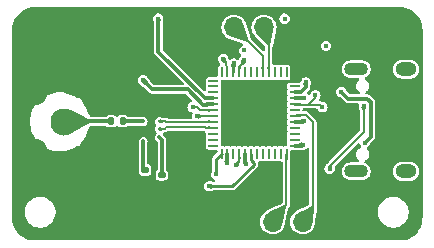
<source format=gbr>
%TF.GenerationSoftware,KiCad,Pcbnew,8.0.0*%
%TF.CreationDate,2024-03-05T20:17:21-06:00*%
%TF.ProjectId,rigel-a-hw,72696765-6c2d-4612-9d68-772e6b696361,rev?*%
%TF.SameCoordinates,Original*%
%TF.FileFunction,Copper,L1,Top*%
%TF.FilePolarity,Positive*%
%FSLAX46Y46*%
G04 Gerber Fmt 4.6, Leading zero omitted, Abs format (unit mm)*
G04 Created by KiCad (PCBNEW 8.0.0) date 2024-03-05 20:17:21*
%MOMM*%
%LPD*%
G01*
G04 APERTURE LIST*
G04 Aperture macros list*
%AMRoundRect*
0 Rectangle with rounded corners*
0 $1 Rounding radius*
0 $2 $3 $4 $5 $6 $7 $8 $9 X,Y pos of 4 corners*
0 Add a 4 corners polygon primitive as box body*
4,1,4,$2,$3,$4,$5,$6,$7,$8,$9,$2,$3,0*
0 Add four circle primitives for the rounded corners*
1,1,$1+$1,$2,$3*
1,1,$1+$1,$4,$5*
1,1,$1+$1,$6,$7*
1,1,$1+$1,$8,$9*
0 Add four rect primitives between the rounded corners*
20,1,$1+$1,$2,$3,$4,$5,0*
20,1,$1+$1,$4,$5,$6,$7,0*
20,1,$1+$1,$6,$7,$8,$9,0*
20,1,$1+$1,$8,$9,$2,$3,0*%
G04 Aperture macros list end*
%TA.AperFunction,SMDPad,CuDef*%
%ADD10RoundRect,0.140000X-0.170000X0.140000X-0.170000X-0.140000X0.170000X-0.140000X0.170000X0.140000X0*%
%TD*%
%TA.AperFunction,SMDPad,CuDef*%
%ADD11RoundRect,0.140000X0.140000X0.170000X-0.140000X0.170000X-0.140000X-0.170000X0.140000X-0.170000X0*%
%TD*%
%TA.AperFunction,SMDPad,CuDef*%
%ADD12C,0.320000*%
%TD*%
%TA.AperFunction,SMDPad,CuDef*%
%ADD13RoundRect,0.062500X-0.062500X0.375000X-0.062500X-0.375000X0.062500X-0.375000X0.062500X0.375000X0*%
%TD*%
%TA.AperFunction,SMDPad,CuDef*%
%ADD14RoundRect,0.062500X-0.375000X0.062500X-0.375000X-0.062500X0.375000X-0.062500X0.375000X0.062500X0*%
%TD*%
%TA.AperFunction,HeatsinkPad*%
%ADD15R,5.600000X5.600000*%
%TD*%
%TA.AperFunction,ComponentPad*%
%ADD16C,2.300000*%
%TD*%
%TA.AperFunction,ComponentPad*%
%ADD17R,1.700000X1.700000*%
%TD*%
%TA.AperFunction,ComponentPad*%
%ADD18O,1.700000X1.700000*%
%TD*%
%TA.AperFunction,ComponentPad*%
%ADD19O,1.800000X1.200000*%
%TD*%
%TA.AperFunction,ComponentPad*%
%ADD20O,2.000000X1.100000*%
%TD*%
%TA.AperFunction,ViaPad*%
%ADD21C,0.450000*%
%TD*%
%TA.AperFunction,Conductor*%
%ADD22C,0.200000*%
%TD*%
%TA.AperFunction,Conductor*%
%ADD23C,0.300000*%
%TD*%
%TA.AperFunction,Conductor*%
%ADD24C,0.342392*%
%TD*%
%TA.AperFunction,Conductor*%
%ADD25C,0.250000*%
%TD*%
G04 APERTURE END LIST*
D10*
%TO.P,C22,1*%
%TO.N,Net-(IC1-RFO_OUT)*%
X111400000Y-113920000D03*
%TO.P,C22,2*%
%TO.N,GND*%
X111400000Y-114880000D03*
%TD*%
D11*
%TO.P,C20,1*%
%TO.N,Net-(IC1-RFI_IN)*%
X109480000Y-109800000D03*
%TO.P,C20,2*%
%TO.N,Net-(U6-IN)*%
X108520000Y-109800000D03*
%TD*%
D12*
%TO.P,IC1,A1,RFO_IN*%
%TO.N,Net-(IC1-RFO_IN)*%
X112600000Y-111140000D03*
%TO.P,IC1,A2,RFI_N_OUT*%
%TO.N,/RFI-*%
X112600000Y-110430000D03*
%TO.P,IC1,A3,RFI_P_OUT*%
%TO.N,/RFI+*%
X112600000Y-109800000D03*
%TO.P,IC1,B1,GND2*%
%TO.N,GND*%
X111825000Y-111480000D03*
%TO.P,IC1,B2,GND3*%
X111910000Y-110640000D03*
%TO.P,IC1,C1,RFO_OUT*%
%TO.N,Net-(IC1-RFO_OUT)*%
X111220000Y-111480000D03*
%TO.P,IC1,C2,GND1*%
%TO.N,GND*%
X111220000Y-110640000D03*
%TO.P,IC1,C3,RFI_IN*%
%TO.N,Net-(IC1-RFI_IN)*%
X111220000Y-109800000D03*
%TD*%
D13*
%TO.P,U1,1,PB3*%
%TO.N,unconnected-(U1-PB3-Pad1)*%
X123360000Y-105662500D03*
%TO.P,U1,2,PB4*%
%TO.N,unconnected-(U1-PB4-Pad2)*%
X122860000Y-105662500D03*
%TO.P,U1,3,PB5*%
%TO.N,unconnected-(U1-PB5-Pad3)*%
X122360000Y-105662500D03*
%TO.P,U1,4,PB6*%
%TO.N,/USART1_TX*%
X121860000Y-105662500D03*
%TO.P,U1,5,PB7*%
%TO.N,/USART1_RX*%
X121360000Y-105662500D03*
%TO.P,U1,6,PB8*%
%TO.N,unconnected-(U1-PB8-Pad6)*%
X120860000Y-105662500D03*
%TO.P,U1,7,PA0*%
%TO.N,unconnected-(U1-PA0-Pad7)*%
X120360000Y-105662500D03*
%TO.P,U1,8,PA1*%
%TO.N,unconnected-(U1-PA1-Pad8)*%
X119860000Y-105662500D03*
%TO.P,U1,9,PA2*%
%TO.N,/USART2_TX*%
X119360000Y-105662500D03*
%TO.P,U1,10,PA3*%
%TO.N,/USART2_RX*%
X118860000Y-105662500D03*
%TO.P,U1,11,VDD*%
%TO.N,+3.3V*%
X118360000Y-105662500D03*
%TO.P,U1,12,PA4*%
%TO.N,unconnected-(U1-PA4-Pad12)*%
X117860000Y-105662500D03*
D14*
%TO.P,U1,13,PA5*%
%TO.N,unconnected-(U1-PA5-Pad13)*%
X117172500Y-106350000D03*
%TO.P,U1,14,PA6*%
%TO.N,unconnected-(U1-PA6-Pad14)*%
X117172500Y-106850000D03*
%TO.P,U1,15,PA7*%
%TO.N,unconnected-(U1-PA7-Pad15)*%
X117172500Y-107350000D03*
%TO.P,U1,16,PA8*%
%TO.N,/TIM1_CH1_LED_1*%
X117172500Y-107850000D03*
%TO.P,U1,17,PA9*%
%TO.N,/TIM1_CH2_LED_2*%
X117172500Y-108350000D03*
%TO.P,U1,18,NRST*%
%TO.N,/RESET*%
X117172500Y-108850000D03*
%TO.P,U1,19,PH3*%
%TO.N,/BOOT0*%
X117172500Y-109350000D03*
%TO.P,U1,20,RFI_P*%
%TO.N,/RFI+*%
X117172500Y-109850000D03*
%TO.P,U1,21,RFI_N*%
%TO.N,/RFI-*%
X117172500Y-110350000D03*
%TO.P,U1,22,RFO_LP*%
%TO.N,unconnected-(U1-RFO_LP-Pad22)*%
X117172500Y-110850000D03*
%TO.P,U1,23,RFO_HP*%
%TO.N,unconnected-(U1-RFO_HP-Pad23)*%
X117172500Y-111350000D03*
%TO.P,U1,24,VR_PA*%
%TO.N,unconnected-(U1-VR_PA-Pad24)*%
X117172500Y-111850000D03*
D13*
%TO.P,U1,25,VDDPA*%
%TO.N,+3.3V*%
X117860000Y-112537500D03*
%TO.P,U1,26,OSC_IN*%
%TO.N,/OSC_IN*%
X118360000Y-112537500D03*
%TO.P,U1,27,OSC_OUT*%
%TO.N,unconnected-(U1-OSC_OUT-Pad27)*%
X118860000Y-112537500D03*
%TO.P,U1,28,VDDRF*%
%TO.N,+3.3V*%
X119360000Y-112537500D03*
%TO.P,U1,29,VDDRF1V55*%
%TO.N,+1V5*%
X119860000Y-112537500D03*
%TO.P,U1,30,PB0*%
%TO.N,/PB0-VDD_TCXO*%
X120360000Y-112537500D03*
%TO.P,U1,31,PB2*%
%TO.N,unconnected-(U1-PB2-Pad31)*%
X120860000Y-112537500D03*
%TO.P,U1,32,PB12*%
%TO.N,unconnected-(U1-PB12-Pad32)*%
X121360000Y-112537500D03*
%TO.P,U1,33,PA10*%
%TO.N,unconnected-(U1-PA10-Pad33)*%
X121860000Y-112537500D03*
%TO.P,U1,34,PA11*%
%TO.N,unconnected-(U1-PA11-Pad34)*%
X122360000Y-112537500D03*
%TO.P,U1,35,PA12*%
%TO.N,unconnected-(U1-PA12-Pad35)*%
X122860000Y-112537500D03*
%TO.P,U1,36,PA13*%
%TO.N,/JTMS{slash}SWDIO*%
X123360000Y-112537500D03*
D14*
%TO.P,U1,37,VBAT*%
%TO.N,+3.3V*%
X124047500Y-111850000D03*
%TO.P,U1,38,PC13*%
%TO.N,unconnected-(U1-PC13-Pad38)*%
X124047500Y-111350000D03*
%TO.P,U1,39,PC14*%
%TO.N,unconnected-(U1-PC14-Pad39)*%
X124047500Y-110850000D03*
%TO.P,U1,40,PC15*%
%TO.N,unconnected-(U1-PC15-Pad40)*%
X124047500Y-110350000D03*
%TO.P,U1,41,VDDA*%
%TO.N,Net-(U1-VDDA)*%
X124047500Y-109850000D03*
%TO.P,U1,42,PA14*%
%TO.N,/JTCK{slash}SWCLK*%
X124047500Y-109350000D03*
%TO.P,U1,43,PA15*%
%TO.N,unconnected-(U1-PA15-Pad43)*%
X124047500Y-108850000D03*
%TO.P,U1,44,VDD*%
%TO.N,+3.3V*%
X124047500Y-108350000D03*
%TO.P,U1,45,VFBSMPS*%
%TO.N,+1V5*%
X124047500Y-107850000D03*
%TO.P,U1,46,VDDSMPS*%
%TO.N,+3.3V*%
X124047500Y-107350000D03*
%TO.P,U1,47,VLXSMPS*%
%TO.N,unconnected-(U1-VLXSMPS-Pad47)*%
X124047500Y-106850000D03*
%TO.P,U1,48,VSSSMPS*%
%TO.N,GND*%
X124047500Y-106350000D03*
D15*
%TO.P,U1,49,VSS*%
X120610000Y-109100000D03*
%TD*%
D10*
%TO.P,C21,1*%
%TO.N,Net-(IC1-RFO_IN)*%
X112800000Y-114320000D03*
%TO.P,C21,2*%
%TO.N,GND*%
X112800000Y-115280000D03*
%TD*%
D16*
%TO.P,U6,1,GND*%
%TO.N,GND*%
X102019990Y-107300000D03*
%TO.P,U6,2,GND*%
X102019990Y-112380010D03*
%TO.P,U6,3,GND*%
X107100000Y-112380010D03*
%TO.P,U6,4,GND*%
X107100000Y-107300000D03*
%TO.P,U6,5,IN*%
%TO.N,Net-(U6-IN)*%
X104559995Y-109840005D03*
%TD*%
D17*
%TO.P,J3,1,Pin_1*%
%TO.N,GND*%
X116375000Y-101825000D03*
D18*
%TO.P,J3,2,Pin_2*%
%TO.N,/USART1_RX*%
X118915000Y-101825000D03*
%TO.P,J3,3,Pin_3*%
%TO.N,/USART1_TX*%
X121455000Y-101825000D03*
%TD*%
D19*
%TO.P,U4,13,SHELL*%
%TO.N,unconnected-(U4-SHELL-Pad13)_0*%
X133479960Y-105384861D03*
D20*
%TO.N,unconnected-(U4-SHELL-Pad13)*%
X129279807Y-105384861D03*
D19*
%TO.P,U4,14,SHELL*%
%TO.N,unconnected-(U4-SHELL-Pad14)_0*%
X133479960Y-114034849D03*
D20*
%TO.N,unconnected-(U4-SHELL-Pad14)*%
X129279807Y-114034849D03*
%TD*%
D17*
%TO.P,J1,1,Pin_1*%
%TO.N,GND*%
X127280000Y-118300000D03*
D18*
%TO.P,J1,2,Pin_2*%
%TO.N,/JTCK{slash}SWCLK*%
X124740000Y-118300000D03*
%TO.P,J1,3,Pin_3*%
%TO.N,/JTMS{slash}SWDIO*%
X122200000Y-118300000D03*
%TD*%
D21*
%TO.N,+3.3V*%
X119100000Y-113500000D03*
%TO.N,GND*%
X126213102Y-105591148D03*
%TO.N,+3.3V*%
X125800000Y-107600000D03*
X126400000Y-108600000D03*
%TO.N,+1V5*%
X124859082Y-107847105D03*
%TO.N,GND*%
X134000000Y-112600000D03*
X132800000Y-112600000D03*
%TO.N,/RESET*%
X115400000Y-108600000D03*
%TO.N,+3.3V*%
X119800000Y-103800000D03*
%TO.N,+1V5*%
X119900000Y-113400000D03*
%TO.N,GND*%
X104140000Y-115570000D03*
X114300000Y-119380000D03*
X129540000Y-101600000D03*
X107950000Y-114300000D03*
X123000000Y-108000000D03*
X133350000Y-111760000D03*
X131060000Y-106660000D03*
X128500000Y-103500000D03*
X109220000Y-116840000D03*
X132080000Y-115570000D03*
X109800000Y-111000000D03*
X120000000Y-100500000D03*
X115500000Y-114600000D03*
X128500000Y-101000000D03*
X102870000Y-104140000D03*
X118200000Y-110000000D03*
X127000000Y-111000000D03*
X121000000Y-108000000D03*
X101600000Y-119380000D03*
X116000000Y-100500000D03*
X114000000Y-109200000D03*
X113215018Y-108800000D03*
X113800000Y-115600000D03*
X133600000Y-107930000D03*
X129900000Y-117000000D03*
X111500000Y-104000000D03*
X106000000Y-105800000D03*
X118200000Y-109000000D03*
X118110000Y-118110000D03*
X102000000Y-100800000D03*
X105410000Y-116840000D03*
X110500000Y-109200000D03*
X114200000Y-111795000D03*
X104200000Y-100500000D03*
X132080000Y-119380000D03*
X124000000Y-115000000D03*
X132080000Y-104140000D03*
X128200000Y-113200000D03*
X109000000Y-110600000D03*
X119000000Y-107000000D03*
X103700000Y-106200000D03*
X122000000Y-108000000D03*
X121200000Y-115000000D03*
X110100000Y-108400000D03*
X126000000Y-104500000D03*
X113030000Y-119380000D03*
X102870000Y-101600000D03*
X104600000Y-101300000D03*
X105500000Y-100500000D03*
X133600000Y-110470000D03*
X114000000Y-100500000D03*
X107300000Y-109000000D03*
X123000000Y-107000000D03*
X132330000Y-106660000D03*
X105500000Y-102000000D03*
X120000000Y-107000000D03*
X101600000Y-104140000D03*
X123000000Y-110000000D03*
X121000000Y-109000000D03*
X132330000Y-110470000D03*
X133350000Y-101600000D03*
X109000000Y-113200000D03*
X125800000Y-103500000D03*
X104600000Y-105800000D03*
X116840000Y-119380000D03*
X109300000Y-108800000D03*
X133350000Y-115570000D03*
X113405054Y-107863208D03*
X105410000Y-114300000D03*
X116500000Y-103500000D03*
X123000000Y-109000000D03*
X122000000Y-109000000D03*
X122200000Y-115000000D03*
X110490000Y-116840000D03*
X110490000Y-115570000D03*
X119000000Y-111000000D03*
X107300000Y-110400000D03*
X119380000Y-118110000D03*
X115570000Y-119380000D03*
X108200000Y-110600000D03*
X132330000Y-109200000D03*
X113030000Y-118110000D03*
X121000000Y-107000000D03*
X106680000Y-118110000D03*
X110500000Y-107600000D03*
X122000000Y-111000000D03*
X133600000Y-109200000D03*
X109220000Y-118110000D03*
X127500000Y-103500000D03*
X120650000Y-119380000D03*
X121000000Y-111000000D03*
X108700000Y-106000000D03*
X107000000Y-100500000D03*
X112165018Y-108000000D03*
X120000000Y-111000000D03*
X107950000Y-118110000D03*
X110600000Y-110600000D03*
X114300000Y-101600000D03*
X104600000Y-117500000D03*
X125000000Y-115000000D03*
X110490000Y-119380000D03*
X110000000Y-102500000D03*
X109220000Y-115570000D03*
X101600000Y-115570000D03*
X128275000Y-106200000D03*
X110000000Y-103500000D03*
X113500000Y-102000000D03*
X107950000Y-119380000D03*
X101000000Y-110500000D03*
X110400000Y-113200000D03*
X131060000Y-107930000D03*
X104140000Y-119380000D03*
X133350000Y-104140000D03*
X111055010Y-108400000D03*
X101600000Y-105410000D03*
X113400000Y-110830000D03*
X123000000Y-111000000D03*
X104140000Y-114300000D03*
X106680000Y-119380000D03*
X114300000Y-118110000D03*
X108500000Y-100500000D03*
X127000000Y-101000000D03*
X106680000Y-116840000D03*
X102870000Y-114300000D03*
X104000000Y-102000000D03*
X119380000Y-119380000D03*
X119000000Y-110000000D03*
X128000000Y-115000000D03*
X109220000Y-119380000D03*
X120650000Y-118110000D03*
X130810000Y-101600000D03*
X132330000Y-107930000D03*
X116840000Y-118110000D03*
X127000000Y-110000000D03*
X101000000Y-109000000D03*
X101600000Y-114300000D03*
X123500000Y-119400000D03*
X110490000Y-118110000D03*
X107000000Y-102000000D03*
X108400000Y-108800000D03*
X122000000Y-107000000D03*
X116200000Y-110900000D03*
X102800000Y-100400000D03*
X106100000Y-104800000D03*
X131060000Y-109200000D03*
X107950000Y-116840000D03*
X133600000Y-106660000D03*
X107950000Y-115570000D03*
X102870000Y-105410000D03*
X105410000Y-118110000D03*
X117500000Y-100500000D03*
X115570000Y-118110000D03*
X131000000Y-116200000D03*
X127000000Y-104500000D03*
X120000000Y-110000000D03*
X114400000Y-111000000D03*
X111500000Y-102500000D03*
X130810000Y-119380000D03*
X115200000Y-111400000D03*
X118200000Y-111000000D03*
X101600000Y-101600000D03*
X102870000Y-119380000D03*
X109300000Y-107600000D03*
X115000000Y-103500000D03*
X105410000Y-119380000D03*
X111760000Y-119380000D03*
X113488028Y-112821833D03*
X118200000Y-108000000D03*
X120000000Y-108000000D03*
X122000000Y-110000000D03*
X129400000Y-118300000D03*
X105200000Y-106500000D03*
X133350000Y-119380000D03*
X131200000Y-105410000D03*
X121000000Y-110000000D03*
X106100000Y-101300000D03*
X111760000Y-118110000D03*
X110200000Y-112000000D03*
X109000000Y-112000000D03*
X110400000Y-114400000D03*
X132080000Y-101600000D03*
X131400000Y-110200000D03*
X120000000Y-109000000D03*
X106680000Y-115570000D03*
X117770033Y-103206970D03*
X102870000Y-115570000D03*
X111760000Y-116840000D03*
X105410000Y-115570000D03*
X102870000Y-102870000D03*
X107800000Y-101300000D03*
X101600000Y-102870000D03*
X119000000Y-109000000D03*
X109220000Y-114300000D03*
X127000000Y-115000000D03*
X106680000Y-114300000D03*
X119000000Y-108000000D03*
X118110000Y-119380000D03*
X115400000Y-113100000D03*
%TO.N,+3.3V*%
X126700000Y-103400000D03*
X118000000Y-104500000D03*
X117391971Y-114291386D03*
X123200000Y-101100000D03*
X119100000Y-113500000D03*
X125000000Y-106500000D03*
X124755131Y-111770495D03*
%TO.N,+5V*%
X128000000Y-107300000D03*
X130000000Y-111600000D03*
%TO.N,/PB0-VDD_TCXO*%
X116800000Y-115300000D03*
%TO.N,/OSC_IN*%
X118290538Y-113366470D03*
%TO.N,Net-(U4-CC1)*%
X127000000Y-113800000D03*
X129900000Y-108500000D03*
%TO.N,/BOOT0*%
X115800000Y-109370000D03*
%TO.N,/TIM1_CH1_LED_1*%
X112500000Y-101100000D03*
%TO.N,/USART2_RX*%
X118884625Y-104900000D03*
%TO.N,/USART2_TX*%
X119800000Y-104600000D03*
%TO.N,/TIM1_CH2_LED_2*%
X111200000Y-106300000D03*
%TO.N,Net-(U1-VDDA)*%
X124800000Y-109800000D03*
%TD*%
D22*
%TO.N,Net-(U4-CC1)*%
X127000000Y-113600000D02*
X127000000Y-113800000D01*
X129900000Y-110700000D02*
X127000000Y-113600000D01*
X129900000Y-108500000D02*
X129900000Y-110700000D01*
D23*
%TO.N,+5V*%
X130485000Y-111115000D02*
X130000000Y-111600000D01*
X130485000Y-108168173D02*
X130485000Y-111115000D01*
X130201827Y-107885000D02*
X130485000Y-108168173D01*
X128585000Y-107885000D02*
X130201827Y-107885000D01*
X128000000Y-107300000D02*
X128585000Y-107885000D01*
D22*
%TO.N,/JTCK{slash}SWCLK*%
X125017463Y-109275000D02*
X125600000Y-109857537D01*
X125600000Y-109857537D02*
X125600000Y-117440000D01*
X125600000Y-117440000D02*
X124740000Y-118300000D01*
X124122500Y-109275000D02*
X125017463Y-109275000D01*
X124047500Y-109350000D02*
X124122500Y-109275000D01*
D23*
%TO.N,+3.3V*%
X124570096Y-107350000D02*
X124047500Y-107350000D01*
X125000000Y-106500000D02*
X125000000Y-106920096D01*
X125000000Y-106920096D02*
X124570096Y-107350000D01*
D22*
X125800000Y-107800000D02*
X125800000Y-107600000D01*
X125212955Y-108387045D02*
X125800000Y-107800000D01*
X124084545Y-108387045D02*
X125212955Y-108387045D01*
X124084545Y-108387045D02*
X124047500Y-108350000D01*
X126187045Y-108387045D02*
X124084545Y-108387045D01*
X126400000Y-108600000D02*
X126187045Y-108387045D01*
D23*
%TO.N,Net-(U1-VDDA)*%
X124800000Y-109800000D02*
X124750000Y-109850000D01*
X124750000Y-109850000D02*
X124047500Y-109850000D01*
%TO.N,+3.3V*%
X124755131Y-111770495D02*
X124675626Y-111850000D01*
X124675626Y-111850000D02*
X124047500Y-111850000D01*
D22*
%TO.N,/RESET*%
X116022463Y-108850000D02*
X117172500Y-108850000D01*
X115772463Y-108600000D02*
X116022463Y-108850000D01*
X115400000Y-108600000D02*
X115772463Y-108600000D01*
%TO.N,/BOOT0*%
X115800000Y-109370000D02*
X115820000Y-109350000D01*
X115820000Y-109350000D02*
X117172500Y-109350000D01*
%TO.N,/USART2_TX*%
X119800000Y-104727088D02*
X119360000Y-105167088D01*
X119800000Y-104600000D02*
X119800000Y-104727088D01*
X119360000Y-105167088D02*
X119360000Y-105662500D01*
%TO.N,+3.3V*%
X118200000Y-104700000D02*
X118000000Y-104500000D01*
X118200000Y-105050614D02*
X118200000Y-104700000D01*
X118360000Y-105210614D02*
X118200000Y-105050614D01*
X118360000Y-105662500D02*
X118360000Y-105210614D01*
D23*
%TO.N,+1V5*%
X119860000Y-113360000D02*
X119860000Y-112537500D01*
X124750000Y-107850000D02*
X124047500Y-107850000D01*
X119900000Y-113400000D02*
X119860000Y-113360000D01*
D24*
%TO.N,GND*%
X111910000Y-110640000D02*
X111910000Y-111395000D01*
X111910000Y-110640000D02*
X111220000Y-110640000D01*
X111910000Y-111395000D02*
X111825000Y-111480000D01*
D22*
%TO.N,+3.3V*%
X119360000Y-113240000D02*
X119360000Y-112537500D01*
D25*
X117391971Y-113005529D02*
X117860000Y-112537500D01*
D22*
X117800000Y-112597500D02*
X117860000Y-112537500D01*
X119100000Y-113500000D02*
X119360000Y-113240000D01*
D25*
X117391971Y-114291386D02*
X117391971Y-113005529D01*
%TO.N,/PB0-VDD_TCXO*%
X120360000Y-112537500D02*
X120360000Y-113082182D01*
X120600000Y-113477818D02*
X118777818Y-115300000D01*
X120600000Y-113322182D02*
X120600000Y-113477818D01*
X118777818Y-115300000D02*
X116800000Y-115300000D01*
X120360000Y-113082182D02*
X120600000Y-113322182D01*
D23*
%TO.N,/OSC_IN*%
X118290538Y-113366470D02*
X118360000Y-113297008D01*
X118360000Y-113297008D02*
X118360000Y-112537500D01*
%TO.N,Net-(U6-IN)*%
X108520000Y-109800000D02*
X104600000Y-109800000D01*
X104600000Y-109800000D02*
X104559995Y-109840005D01*
%TO.N,Net-(IC1-RFO_IN)*%
X112800000Y-111340000D02*
X112600000Y-111140000D01*
X112800000Y-114320000D02*
X112800000Y-111340000D01*
D22*
%TO.N,/RFI-*%
X116471249Y-110305000D02*
X113181174Y-110305000D01*
X113181174Y-110305000D02*
X113056174Y-110430000D01*
X117172500Y-110350000D02*
X116516249Y-110350000D01*
X113056174Y-110430000D02*
X112600000Y-110430000D01*
X116516249Y-110350000D02*
X116471249Y-110305000D01*
D23*
%TO.N,Net-(IC1-RFI_IN)*%
X111220000Y-109800000D02*
X109480000Y-109800000D01*
D22*
%TO.N,/RFI+*%
X116471249Y-109895000D02*
X113181174Y-109895000D01*
X113086174Y-109800000D02*
X112600000Y-109800000D01*
X117172500Y-109850000D02*
X116516249Y-109850000D01*
X116516249Y-109850000D02*
X116471249Y-109895000D01*
X113181174Y-109895000D02*
X113086174Y-109800000D01*
%TO.N,/JTMS{slash}SWDIO*%
X123345000Y-116855000D02*
X122370000Y-117830000D01*
X123345000Y-116855000D02*
X123345000Y-112552500D01*
%TO.N,/USART1_TX*%
X121860000Y-102260000D02*
X121860000Y-105662500D01*
%TO.N,/USART1_RX*%
X118960000Y-101900000D02*
X121360000Y-104300000D01*
X121360000Y-104300000D02*
X121360000Y-105662500D01*
D23*
%TO.N,/TIM1_CH1_LED_1*%
X117172500Y-107850000D02*
X116457106Y-107850000D01*
X112500000Y-103892894D02*
X112500000Y-101100000D01*
X116457106Y-107850000D02*
X112500000Y-103892894D01*
D22*
%TO.N,/USART2_RX*%
X118884625Y-104900000D02*
X118884625Y-105637875D01*
D23*
%TO.N,/TIM1_CH2_LED_2*%
X111200000Y-106300000D02*
X112000000Y-107100000D01*
X115000000Y-107100000D02*
X116300000Y-108400000D01*
X116599904Y-108400000D02*
X116649904Y-108350000D01*
X116300000Y-108400000D02*
X116599904Y-108400000D01*
X116649904Y-108350000D02*
X117172500Y-108350000D01*
X112000000Y-107100000D02*
X115000000Y-107100000D01*
%TO.N,Net-(IC1-RFO_OUT)*%
X111220000Y-113740000D02*
X111220000Y-111480000D01*
X111400000Y-113920000D02*
X111220000Y-113740000D01*
%TD*%
%TA.AperFunction,Conductor*%
%TO.N,GND*%
G36*
X133004042Y-100127765D02*
G01*
X133025793Y-100129190D01*
X133236316Y-100142988D01*
X133252375Y-100145103D01*
X133476677Y-100189720D01*
X133492322Y-100193912D01*
X133708886Y-100267426D01*
X133723857Y-100273627D01*
X133926505Y-100373561D01*
X133928960Y-100374772D01*
X133943008Y-100382882D01*
X134133152Y-100509933D01*
X134146016Y-100519804D01*
X134317946Y-100670584D01*
X134329415Y-100682053D01*
X134480195Y-100853983D01*
X134490069Y-100866851D01*
X134617117Y-101056992D01*
X134625227Y-101071039D01*
X134726369Y-101276135D01*
X134732576Y-101291120D01*
X134779761Y-101430123D01*
X134806084Y-101507666D01*
X134810282Y-101523334D01*
X134854894Y-101747612D01*
X134857012Y-101763693D01*
X134872235Y-101995956D01*
X134872500Y-102004066D01*
X134872500Y-117995933D01*
X134872235Y-118004043D01*
X134857012Y-118236306D01*
X134854894Y-118252387D01*
X134810282Y-118476665D01*
X134806084Y-118492333D01*
X134732576Y-118708879D01*
X134726369Y-118723864D01*
X134625227Y-118928960D01*
X134617117Y-118943007D01*
X134490069Y-119133148D01*
X134480195Y-119146016D01*
X134329415Y-119317946D01*
X134317946Y-119329415D01*
X134146016Y-119480195D01*
X134133148Y-119490069D01*
X133943007Y-119617117D01*
X133928960Y-119625227D01*
X133723864Y-119726369D01*
X133708879Y-119732576D01*
X133492333Y-119806084D01*
X133476665Y-119810282D01*
X133252387Y-119854894D01*
X133236306Y-119857012D01*
X133004043Y-119872235D01*
X132995933Y-119872500D01*
X102004067Y-119872500D01*
X101995957Y-119872235D01*
X101763693Y-119857012D01*
X101747612Y-119854894D01*
X101523334Y-119810282D01*
X101507666Y-119806084D01*
X101291120Y-119732576D01*
X101276135Y-119726369D01*
X101071039Y-119625227D01*
X101056992Y-119617117D01*
X100866851Y-119490069D01*
X100853983Y-119480195D01*
X100682053Y-119329415D01*
X100670584Y-119317946D01*
X100554907Y-119186043D01*
X100519801Y-119146012D01*
X100509930Y-119133148D01*
X100382882Y-118943007D01*
X100374772Y-118928960D01*
X100295631Y-118768477D01*
X100273627Y-118723857D01*
X100267426Y-118708886D01*
X100193912Y-118492322D01*
X100189720Y-118476677D01*
X100145103Y-118252375D01*
X100142988Y-118236316D01*
X100127765Y-118004042D01*
X100127500Y-117995933D01*
X100127500Y-117602351D01*
X101199500Y-117602351D01*
X101231522Y-117804534D01*
X101294781Y-117999223D01*
X101387715Y-118181613D01*
X101508028Y-118347213D01*
X101652786Y-118491971D01*
X101807749Y-118604556D01*
X101818390Y-118612287D01*
X101934607Y-118671503D01*
X102000776Y-118705218D01*
X102000778Y-118705218D01*
X102000781Y-118705220D01*
X102105137Y-118739127D01*
X102195465Y-118768477D01*
X102296557Y-118784488D01*
X102397648Y-118800500D01*
X102397649Y-118800500D01*
X102602351Y-118800500D01*
X102602352Y-118800500D01*
X102804534Y-118768477D01*
X102999219Y-118705220D01*
X103181610Y-118612287D01*
X103325299Y-118507892D01*
X103347213Y-118491971D01*
X103347215Y-118491968D01*
X103347219Y-118491966D01*
X103491966Y-118347219D01*
X103491968Y-118347215D01*
X103491971Y-118347213D01*
X103560865Y-118252387D01*
X103612287Y-118181610D01*
X103705220Y-117999219D01*
X103768477Y-117804534D01*
X103800500Y-117602352D01*
X103800500Y-117397648D01*
X103768477Y-117195466D01*
X103764328Y-117182698D01*
X103719798Y-117045649D01*
X103705220Y-117000781D01*
X103705218Y-117000778D01*
X103705218Y-117000776D01*
X103651769Y-116895878D01*
X103612287Y-116818390D01*
X103568219Y-116757735D01*
X103491971Y-116652786D01*
X103347213Y-116508028D01*
X103181613Y-116387715D01*
X103181612Y-116387714D01*
X103181610Y-116387713D01*
X103124653Y-116358691D01*
X102999223Y-116294781D01*
X102804534Y-116231522D01*
X102629995Y-116203878D01*
X102602352Y-116199500D01*
X102397648Y-116199500D01*
X102373329Y-116203351D01*
X102195465Y-116231522D01*
X102000776Y-116294781D01*
X101818386Y-116387715D01*
X101652786Y-116508028D01*
X101508028Y-116652786D01*
X101387715Y-116818386D01*
X101294781Y-117000776D01*
X101231522Y-117195465D01*
X101199500Y-117397648D01*
X101199500Y-117602351D01*
X100127500Y-117602351D01*
X100127500Y-109840005D01*
X101648037Y-109840005D01*
X101660075Y-110085047D01*
X101660075Y-110085053D01*
X101660076Y-110085055D01*
X101695000Y-110320500D01*
X101696073Y-110327730D01*
X101747950Y-110534834D01*
X101755686Y-110565715D01*
X101755691Y-110565732D01*
X101838330Y-110796693D01*
X101838338Y-110796713D01*
X101943233Y-111018496D01*
X101943236Y-111018501D01*
X101943237Y-111018503D01*
X102052531Y-111200850D01*
X102069362Y-111228930D01*
X102169597Y-111364082D01*
X102215514Y-111425993D01*
X102264461Y-111479997D01*
X102380270Y-111607771D01*
X102462216Y-111682043D01*
X102559806Y-111770495D01*
X102562053Y-111772531D01*
X102759111Y-111918679D01*
X102969545Y-112044808D01*
X103191328Y-112149703D01*
X103191342Y-112149708D01*
X103191347Y-112149710D01*
X103367217Y-112212637D01*
X103422325Y-112232355D01*
X103660311Y-112291968D01*
X103902994Y-112327966D01*
X104148037Y-112340005D01*
X104393079Y-112327966D01*
X104635762Y-112291968D01*
X104873748Y-112232355D01*
X105104745Y-112149703D01*
X105326528Y-112044808D01*
X105536962Y-111918679D01*
X105544054Y-111913419D01*
X105571875Y-111892786D01*
X105637447Y-111868661D01*
X105705653Y-111883817D01*
X105748822Y-111923460D01*
X105799999Y-111999999D01*
X105800000Y-112000000D01*
X106079949Y-111480000D01*
X110844882Y-111480000D01*
X110857973Y-111562650D01*
X110859500Y-111582049D01*
X110859500Y-113692539D01*
X110859500Y-113787461D01*
X110875275Y-113846334D01*
X110879500Y-113878427D01*
X110879500Y-114093260D01*
X110889426Y-114161391D01*
X110940803Y-114266485D01*
X111023514Y-114349196D01*
X111023515Y-114349196D01*
X111023517Y-114349198D01*
X111128607Y-114400573D01*
X111162673Y-114405536D01*
X111196739Y-114410500D01*
X111196740Y-114410500D01*
X111603261Y-114410500D01*
X111625971Y-114407191D01*
X111671393Y-114400573D01*
X111776483Y-114349198D01*
X111859198Y-114266483D01*
X111910573Y-114161393D01*
X111920500Y-114093260D01*
X111920500Y-113746740D01*
X111918305Y-113731678D01*
X111911333Y-113683821D01*
X111910573Y-113678607D01*
X111859198Y-113573517D01*
X111859196Y-113573515D01*
X111859196Y-113573514D01*
X111776485Y-113490803D01*
X111768180Y-113486743D01*
X111671393Y-113439427D01*
X111671391Y-113439426D01*
X111667891Y-113438345D01*
X111664269Y-113435944D01*
X111662742Y-113435198D01*
X111662840Y-113434997D01*
X111609651Y-113399745D01*
X111581526Y-113335787D01*
X111580500Y-113319872D01*
X111580500Y-111582049D01*
X111582027Y-111562650D01*
X111595118Y-111480000D01*
X111595118Y-111479997D01*
X111576759Y-111364084D01*
X111523478Y-111259512D01*
X111440487Y-111176521D01*
X111335915Y-111123240D01*
X111220002Y-111104882D01*
X111219998Y-111104882D01*
X111104084Y-111123240D01*
X110999512Y-111176521D01*
X110916521Y-111259512D01*
X110863240Y-111364084D01*
X110844882Y-111479997D01*
X110844882Y-111480000D01*
X106079949Y-111480000D01*
X106180168Y-111293845D01*
X106189745Y-111278771D01*
X106226711Y-111228930D01*
X106352840Y-111018496D01*
X106457735Y-110796713D01*
X106467718Y-110768812D01*
X106474264Y-110750519D01*
X106481832Y-110733513D01*
X106755211Y-110225718D01*
X106804322Y-110176022D01*
X106864393Y-110160500D01*
X108023457Y-110160500D01*
X108090496Y-110180185D01*
X108111133Y-110196814D01*
X108173517Y-110259198D01*
X108278607Y-110310573D01*
X108312673Y-110315536D01*
X108346739Y-110320500D01*
X108346740Y-110320500D01*
X108693261Y-110320500D01*
X108715971Y-110317191D01*
X108761393Y-110310573D01*
X108866483Y-110259198D01*
X108886228Y-110239453D01*
X108912319Y-110213363D01*
X108973642Y-110179878D01*
X109043334Y-110184862D01*
X109087681Y-110213363D01*
X109133514Y-110259196D01*
X109133515Y-110259196D01*
X109133517Y-110259198D01*
X109238607Y-110310573D01*
X109272673Y-110315536D01*
X109306739Y-110320500D01*
X109306740Y-110320500D01*
X109653261Y-110320500D01*
X109675971Y-110317191D01*
X109721393Y-110310573D01*
X109826483Y-110259198D01*
X109888863Y-110196817D01*
X109950184Y-110163334D01*
X109976543Y-110160500D01*
X111117951Y-110160500D01*
X111137347Y-110162026D01*
X111157180Y-110165168D01*
X111219999Y-110175118D01*
X111220000Y-110175118D01*
X111220002Y-110175118D01*
X111335915Y-110156759D01*
X111335916Y-110156758D01*
X111335918Y-110156758D01*
X111440489Y-110103477D01*
X111523477Y-110020489D01*
X111576758Y-109915918D01*
X111576758Y-109915916D01*
X111576759Y-109915915D01*
X111595118Y-109800002D01*
X111595118Y-109799997D01*
X111576759Y-109684084D01*
X111523478Y-109579512D01*
X111440487Y-109496521D01*
X111335915Y-109443240D01*
X111220002Y-109424882D01*
X111219999Y-109424882D01*
X111189095Y-109429777D01*
X111137347Y-109437973D01*
X111117951Y-109439500D01*
X109976543Y-109439500D01*
X109909504Y-109419815D01*
X109888866Y-109403185D01*
X109826483Y-109340802D01*
X109721393Y-109289427D01*
X109721391Y-109289426D01*
X109653261Y-109279500D01*
X109653260Y-109279500D01*
X109306740Y-109279500D01*
X109306739Y-109279500D01*
X109238608Y-109289426D01*
X109133514Y-109340803D01*
X109087681Y-109386637D01*
X109026358Y-109420122D01*
X108956666Y-109415138D01*
X108912319Y-109386637D01*
X108866485Y-109340803D01*
X108761391Y-109289426D01*
X108693261Y-109279500D01*
X108693260Y-109279500D01*
X108346740Y-109279500D01*
X108346739Y-109279500D01*
X108278608Y-109289426D01*
X108173516Y-109340802D01*
X108144320Y-109369999D01*
X108111136Y-109403182D01*
X108049816Y-109436666D01*
X108023457Y-109439500D01*
X106842089Y-109439500D01*
X106775050Y-109419815D01*
X106733769Y-109375855D01*
X106459330Y-108883315D01*
X106450847Y-108868091D01*
X106447074Y-108860756D01*
X106436250Y-108837870D01*
X106352840Y-108661513D01*
X106226711Y-108451079D01*
X106226710Y-108451078D01*
X106226708Y-108451074D01*
X106198467Y-108412996D01*
X106189749Y-108399492D01*
X105937524Y-107946818D01*
X105800000Y-107699999D01*
X105799999Y-107699999D01*
X105747928Y-107766948D01*
X105691231Y-107807781D01*
X105621460Y-107811478D01*
X105576184Y-107790418D01*
X105536963Y-107761330D01*
X105326535Y-107635205D01*
X105326533Y-107635204D01*
X105326528Y-107635201D01*
X105104745Y-107530306D01*
X105104725Y-107530298D01*
X104873764Y-107447659D01*
X104873752Y-107447655D01*
X104873748Y-107447654D01*
X104635762Y-107388041D01*
X104635761Y-107388040D01*
X104635758Y-107388040D01*
X104393087Y-107352044D01*
X104393085Y-107352043D01*
X104393079Y-107352043D01*
X104148037Y-107340005D01*
X104148036Y-107340005D01*
X104128203Y-107340979D01*
X103902994Y-107352043D01*
X103902988Y-107352043D01*
X103902985Y-107352044D01*
X103660314Y-107388040D01*
X103422325Y-107447654D01*
X103422308Y-107447659D01*
X103191347Y-107530298D01*
X103191327Y-107530306D01*
X103043972Y-107600000D01*
X102975227Y-107632514D01*
X102969537Y-107635205D01*
X102759113Y-107761328D01*
X102562047Y-107907482D01*
X102380270Y-108072238D01*
X102215514Y-108254015D01*
X102069360Y-108451081D01*
X101943237Y-108661505D01*
X101943234Y-108661511D01*
X101943233Y-108661513D01*
X101926191Y-108697545D01*
X101838338Y-108883295D01*
X101838330Y-108883315D01*
X101755691Y-109114276D01*
X101755686Y-109114293D01*
X101696072Y-109352282D01*
X101661627Y-109584500D01*
X101660075Y-109594962D01*
X101648037Y-109840005D01*
X100127500Y-109840005D01*
X100127500Y-106300000D01*
X110760022Y-106300000D01*
X110777843Y-106423955D01*
X110777844Y-106423959D01*
X110821257Y-106519017D01*
X110829867Y-106537870D01*
X110911876Y-106632513D01*
X110919732Y-106637561D01*
X110924760Y-106640969D01*
X110926829Y-106642446D01*
X110926832Y-106642450D01*
X111249091Y-106872635D01*
X111278816Y-106893867D01*
X111279035Y-106893999D01*
X111279390Y-106894277D01*
X111282725Y-106896659D01*
X111282620Y-106896805D01*
X111302678Y-106912502D01*
X111711528Y-107321352D01*
X111778648Y-107388472D01*
X111840113Y-107423959D01*
X111856698Y-107433535D01*
X111860852Y-107435933D01*
X111952539Y-107460500D01*
X114799314Y-107460500D01*
X114866353Y-107480185D01*
X114886995Y-107496819D01*
X115357576Y-107967400D01*
X115391061Y-108028723D01*
X115386077Y-108098415D01*
X115344205Y-108154348D01*
X115304832Y-108174058D01*
X115217226Y-108199782D01*
X115217220Y-108199785D01*
X115111880Y-108267483D01*
X115111877Y-108267485D01*
X115029867Y-108362130D01*
X115029866Y-108362131D01*
X114977844Y-108476040D01*
X114977843Y-108476044D01*
X114960022Y-108600000D01*
X114977843Y-108723955D01*
X114977844Y-108723959D01*
X115029866Y-108837868D01*
X115029867Y-108837870D01*
X115076781Y-108892011D01*
X115111877Y-108932514D01*
X115111880Y-108932516D01*
X115217220Y-109000214D01*
X115217222Y-109000214D01*
X115217227Y-109000218D01*
X115306864Y-109026538D01*
X115320537Y-109030553D01*
X115379315Y-109068328D01*
X115408339Y-109131884D01*
X115398396Y-109201041D01*
X115377844Y-109246043D01*
X115377843Y-109246044D01*
X115364220Y-109340802D01*
X115360022Y-109370000D01*
X115370014Y-109439500D01*
X115370497Y-109442853D01*
X115360554Y-109512011D01*
X115314799Y-109564815D01*
X115247759Y-109584500D01*
X113361150Y-109584500D01*
X113294111Y-109564815D01*
X113283462Y-109556234D01*
X113283271Y-109556484D01*
X113276822Y-109551535D01*
X113206025Y-109510661D01*
X113206024Y-109510660D01*
X113206023Y-109510660D01*
X113127053Y-109489500D01*
X113127052Y-109489500D01*
X113127051Y-109489500D01*
X112978222Y-109489500D01*
X112955370Y-109487376D01*
X112950171Y-109486401D01*
X112893591Y-109475792D01*
X112653496Y-109430774D01*
X112653484Y-109430772D01*
X112634320Y-109428062D01*
X112632724Y-109427909D01*
X112632238Y-109427863D01*
X112632233Y-109427862D01*
X112632226Y-109427862D01*
X112615478Y-109426789D01*
X112604021Y-109425518D01*
X112600003Y-109424882D01*
X112599997Y-109424882D01*
X112484084Y-109443240D01*
X112379512Y-109496521D01*
X112296521Y-109579512D01*
X112243240Y-109684084D01*
X112224882Y-109799997D01*
X112224882Y-109800002D01*
X112243240Y-109915915D01*
X112296522Y-110020488D01*
X112303355Y-110027322D01*
X112336838Y-110088646D01*
X112331851Y-110158338D01*
X112303355Y-110202678D01*
X112296522Y-110209511D01*
X112243240Y-110314084D01*
X112224882Y-110429997D01*
X112224882Y-110430002D01*
X112243240Y-110545915D01*
X112296521Y-110650487D01*
X112343353Y-110697320D01*
X112376837Y-110758643D01*
X112371852Y-110828335D01*
X112343353Y-110872680D01*
X112296521Y-110919512D01*
X112243240Y-111024084D01*
X112224882Y-111139997D01*
X112224882Y-111140002D01*
X112243240Y-111255915D01*
X112296521Y-111360487D01*
X112296523Y-111360489D01*
X112379511Y-111443477D01*
X112379514Y-111443478D01*
X112387408Y-111449214D01*
X112385217Y-111452228D01*
X112422575Y-111487492D01*
X112439500Y-111550030D01*
X112439500Y-113823456D01*
X112419815Y-113890495D01*
X112403181Y-113911137D01*
X112340803Y-113973514D01*
X112289426Y-114078608D01*
X112279500Y-114146739D01*
X112279500Y-114493260D01*
X112289426Y-114561391D01*
X112340803Y-114666485D01*
X112423514Y-114749196D01*
X112423515Y-114749196D01*
X112423517Y-114749198D01*
X112528607Y-114800573D01*
X112562673Y-114805536D01*
X112596739Y-114810500D01*
X112596740Y-114810500D01*
X113003261Y-114810500D01*
X113026191Y-114807159D01*
X113071393Y-114800573D01*
X113176483Y-114749198D01*
X113259198Y-114666483D01*
X113310573Y-114561393D01*
X113320500Y-114493260D01*
X113320500Y-114146740D01*
X113310573Y-114078607D01*
X113259198Y-113973517D01*
X113259196Y-113973515D01*
X113259196Y-113973514D01*
X113196819Y-113911137D01*
X113163334Y-113849814D01*
X113160500Y-113823456D01*
X113160500Y-111292541D01*
X113160500Y-111292539D01*
X113135933Y-111200852D01*
X113088472Y-111118648D01*
X113021352Y-111051528D01*
X112932056Y-110962232D01*
X112909251Y-110930844D01*
X112904130Y-110920793D01*
X112891235Y-110852123D01*
X112917513Y-110787383D01*
X112974620Y-110747127D01*
X113014616Y-110740500D01*
X113097050Y-110740500D01*
X113097053Y-110740500D01*
X113176023Y-110719340D01*
X113246826Y-110678462D01*
X113273469Y-110651819D01*
X113334792Y-110618334D01*
X113361150Y-110615500D01*
X116321882Y-110615500D01*
X116383880Y-110632111D01*
X116396400Y-110639340D01*
X116432593Y-110649037D01*
X116492253Y-110685401D01*
X116522783Y-110748248D01*
X116524500Y-110768812D01*
X116524500Y-110939390D01*
X116540339Y-111019017D01*
X116540339Y-111019018D01*
X116540340Y-111019019D01*
X116548419Y-111031110D01*
X116569296Y-111097788D01*
X116550811Y-111165168D01*
X116548423Y-111168883D01*
X116548100Y-111169367D01*
X116540339Y-111180982D01*
X116524500Y-111260609D01*
X116524500Y-111439390D01*
X116540339Y-111519017D01*
X116540339Y-111519018D01*
X116540340Y-111519019D01*
X116548419Y-111531110D01*
X116569296Y-111597788D01*
X116550811Y-111665168D01*
X116548423Y-111668883D01*
X116545706Y-111672949D01*
X116540339Y-111680982D01*
X116524500Y-111760609D01*
X116524500Y-111939390D01*
X116540339Y-112019018D01*
X116540339Y-112019019D01*
X116566268Y-112057824D01*
X116600678Y-112109322D01*
X116637064Y-112133634D01*
X116690980Y-112169660D01*
X116770609Y-112185499D01*
X116770612Y-112185500D01*
X116770614Y-112185500D01*
X117400500Y-112185500D01*
X117467539Y-112205185D01*
X117513294Y-112257989D01*
X117524500Y-112309500D01*
X117524500Y-112347169D01*
X117504815Y-112414208D01*
X117488181Y-112434850D01*
X117123505Y-112799525D01*
X117123503Y-112799528D01*
X117079335Y-112876030D01*
X117079335Y-112876031D01*
X117056471Y-112961360D01*
X117056471Y-112961362D01*
X117056471Y-113967297D01*
X117036786Y-114034336D01*
X117026186Y-114048497D01*
X117021840Y-114053511D01*
X117021837Y-114053517D01*
X116969815Y-114167426D01*
X116969814Y-114167430D01*
X116951993Y-114291386D01*
X116969814Y-114415341D01*
X116969815Y-114415345D01*
X117017448Y-114519643D01*
X117021838Y-114529256D01*
X117103847Y-114623899D01*
X117103848Y-114623900D01*
X117103851Y-114623902D01*
X117209189Y-114691599D01*
X117209193Y-114691600D01*
X117209198Y-114691604D01*
X117209203Y-114691605D01*
X117215248Y-114694366D01*
X117268053Y-114740120D01*
X117287739Y-114807159D01*
X117268056Y-114874199D01*
X117215253Y-114919955D01*
X117146095Y-114929900D01*
X117136205Y-114928066D01*
X116943550Y-114884191D01*
X116943532Y-114884188D01*
X116938580Y-114883837D01*
X116912430Y-114879126D01*
X116862618Y-114864500D01*
X116862615Y-114864500D01*
X116737385Y-114864500D01*
X116737384Y-114864500D01*
X116617227Y-114899782D01*
X116617220Y-114899785D01*
X116511880Y-114967483D01*
X116511877Y-114967485D01*
X116429867Y-115062130D01*
X116429866Y-115062131D01*
X116377844Y-115176040D01*
X116377843Y-115176044D01*
X116360022Y-115300000D01*
X116377843Y-115423955D01*
X116377844Y-115423959D01*
X116429866Y-115537868D01*
X116429867Y-115537870D01*
X116511876Y-115632513D01*
X116511877Y-115632514D01*
X116511880Y-115632516D01*
X116617220Y-115700214D01*
X116617222Y-115700214D01*
X116617227Y-115700218D01*
X116710110Y-115727491D01*
X116737384Y-115735500D01*
X116737385Y-115735500D01*
X116862617Y-115735500D01*
X116862617Y-115735499D01*
X116912800Y-115720764D01*
X116937537Y-115716859D01*
X116937501Y-115716573D01*
X116943537Y-115715809D01*
X116943545Y-115715809D01*
X117282587Y-115638595D01*
X117310120Y-115635500D01*
X118821984Y-115635500D01*
X118821987Y-115635500D01*
X118907316Y-115612636D01*
X118983820Y-115568467D01*
X120795792Y-113756492D01*
X120795797Y-113756489D01*
X120806000Y-113746285D01*
X120806002Y-113746285D01*
X120868467Y-113683820D01*
X120912636Y-113607316D01*
X120917100Y-113590652D01*
X120917102Y-113590650D01*
X120928678Y-113547447D01*
X120935500Y-113521988D01*
X120935500Y-113433649D01*
X120935500Y-113290026D01*
X120955185Y-113222987D01*
X121007989Y-113177232D01*
X121020464Y-113173203D01*
X121029014Y-113169660D01*
X121029019Y-113169660D01*
X121041108Y-113161581D01*
X121107785Y-113140703D01*
X121175166Y-113159187D01*
X121178878Y-113161573D01*
X121190981Y-113169660D01*
X121190983Y-113169660D01*
X121190985Y-113169661D01*
X121270609Y-113185499D01*
X121270612Y-113185500D01*
X121270614Y-113185500D01*
X121449388Y-113185500D01*
X121449389Y-113185499D01*
X121529019Y-113169660D01*
X121541108Y-113161581D01*
X121607785Y-113140703D01*
X121675166Y-113159187D01*
X121678878Y-113161573D01*
X121690981Y-113169660D01*
X121690983Y-113169660D01*
X121690985Y-113169661D01*
X121770609Y-113185499D01*
X121770612Y-113185500D01*
X121770614Y-113185500D01*
X121949388Y-113185500D01*
X121949389Y-113185499D01*
X122029019Y-113169660D01*
X122041108Y-113161581D01*
X122107785Y-113140703D01*
X122175166Y-113159187D01*
X122178878Y-113161573D01*
X122190981Y-113169660D01*
X122190983Y-113169660D01*
X122190985Y-113169661D01*
X122270609Y-113185499D01*
X122270612Y-113185500D01*
X122270614Y-113185500D01*
X122449388Y-113185500D01*
X122449389Y-113185499D01*
X122529019Y-113169660D01*
X122541108Y-113161581D01*
X122607785Y-113140703D01*
X122675166Y-113159187D01*
X122678878Y-113161573D01*
X122690981Y-113169660D01*
X122690983Y-113169660D01*
X122690985Y-113169661D01*
X122770609Y-113185499D01*
X122770612Y-113185500D01*
X122910500Y-113185500D01*
X122977539Y-113205185D01*
X123023294Y-113257989D01*
X123034500Y-113309500D01*
X123034500Y-116645768D01*
X123014815Y-116712807D01*
X122963787Y-116757735D01*
X122507595Y-116974845D01*
X121792133Y-117315345D01*
X121792130Y-117315346D01*
X121792126Y-117315349D01*
X121791521Y-117315708D01*
X121786705Y-117318422D01*
X121607963Y-117413962D01*
X121446484Y-117546484D01*
X121313960Y-117707965D01*
X121313956Y-117707972D01*
X121215488Y-117892193D01*
X121215487Y-117892196D01*
X121154844Y-118092107D01*
X121134369Y-118300000D01*
X121154844Y-118507892D01*
X121154845Y-118507894D01*
X121215485Y-118707799D01*
X121215486Y-118707802D01*
X121215487Y-118707803D01*
X121215488Y-118707806D01*
X121313956Y-118892027D01*
X121313960Y-118892034D01*
X121446484Y-119053515D01*
X121607965Y-119186039D01*
X121607972Y-119186043D01*
X121792193Y-119284511D01*
X121792194Y-119284511D01*
X121792201Y-119284515D01*
X121992106Y-119345155D01*
X121992105Y-119345155D01*
X122010745Y-119346990D01*
X122200000Y-119365631D01*
X122407894Y-119345155D01*
X122607799Y-119284515D01*
X122792033Y-119186040D01*
X122953515Y-119053515D01*
X123086040Y-118892033D01*
X123184515Y-118707799D01*
X123245155Y-118507894D01*
X123261055Y-118346450D01*
X123262728Y-118334990D01*
X123263383Y-118331613D01*
X123263387Y-118331605D01*
X123486418Y-117182696D01*
X123518518Y-117120639D01*
X123520410Y-117118703D01*
X123593462Y-117045652D01*
X123632710Y-116977671D01*
X123634340Y-116974848D01*
X123655500Y-116895878D01*
X123655500Y-113158249D01*
X123657651Y-113135253D01*
X123658560Y-113130437D01*
X123678162Y-113026570D01*
X123678377Y-113025465D01*
X123679658Y-113019020D01*
X123679660Y-113019019D01*
X123695500Y-112939386D01*
X123695500Y-112309500D01*
X123715185Y-112242461D01*
X123767989Y-112196706D01*
X123819500Y-112185500D01*
X123890410Y-112185500D01*
X123922502Y-112189725D01*
X123965884Y-112201348D01*
X124000039Y-112210500D01*
X124297576Y-112210500D01*
X124320499Y-112212636D01*
X124335002Y-112215365D01*
X124335005Y-112215364D01*
X124335006Y-112215365D01*
X124517596Y-112213470D01*
X124745839Y-112211102D01*
X124754792Y-112209259D01*
X124758283Y-112208541D01*
X124783281Y-112205995D01*
X124817747Y-112205995D01*
X124849381Y-112196706D01*
X124937904Y-112170713D01*
X125043255Y-112103008D01*
X125071787Y-112070079D01*
X125130564Y-112032305D01*
X125200434Y-112032305D01*
X125259212Y-112070079D01*
X125288238Y-112133634D01*
X125289500Y-112151282D01*
X125289500Y-116746540D01*
X125269815Y-116813579D01*
X125222238Y-116856798D01*
X124325688Y-117318156D01*
X124321094Y-117321056D01*
X124313372Y-117325548D01*
X124147963Y-117413962D01*
X123986484Y-117546484D01*
X123853960Y-117707965D01*
X123853956Y-117707972D01*
X123755488Y-117892193D01*
X123755487Y-117892196D01*
X123694844Y-118092107D01*
X123674369Y-118300000D01*
X123694844Y-118507892D01*
X123694845Y-118507894D01*
X123755485Y-118707799D01*
X123755486Y-118707802D01*
X123755487Y-118707803D01*
X123755488Y-118707806D01*
X123853956Y-118892027D01*
X123853960Y-118892034D01*
X123986484Y-119053515D01*
X124147965Y-119186039D01*
X124147972Y-119186043D01*
X124332193Y-119284511D01*
X124332194Y-119284511D01*
X124332201Y-119284515D01*
X124532106Y-119345155D01*
X124532105Y-119345155D01*
X124550745Y-119346990D01*
X124740000Y-119365631D01*
X124947894Y-119345155D01*
X125147799Y-119284515D01*
X125332033Y-119186040D01*
X125493515Y-119053515D01*
X125626040Y-118892033D01*
X125724515Y-118707799D01*
X125785155Y-118507894D01*
X125803627Y-118320333D01*
X125805032Y-118310300D01*
X125805659Y-118306852D01*
X125805658Y-118306852D01*
X125805660Y-118306849D01*
X125860813Y-117633078D01*
X125870408Y-117602351D01*
X131099500Y-117602351D01*
X131131522Y-117804534D01*
X131194781Y-117999223D01*
X131287715Y-118181613D01*
X131408028Y-118347213D01*
X131552786Y-118491971D01*
X131707749Y-118604556D01*
X131718390Y-118612287D01*
X131834607Y-118671503D01*
X131900776Y-118705218D01*
X131900778Y-118705218D01*
X131900781Y-118705220D01*
X132005137Y-118739127D01*
X132095465Y-118768477D01*
X132196557Y-118784488D01*
X132297648Y-118800500D01*
X132297649Y-118800500D01*
X132502351Y-118800500D01*
X132502352Y-118800500D01*
X132704534Y-118768477D01*
X132899219Y-118705220D01*
X133081610Y-118612287D01*
X133225299Y-118507892D01*
X133247213Y-118491971D01*
X133247215Y-118491968D01*
X133247219Y-118491966D01*
X133391966Y-118347219D01*
X133391968Y-118347215D01*
X133391971Y-118347213D01*
X133460865Y-118252387D01*
X133512287Y-118181610D01*
X133605220Y-117999219D01*
X133668477Y-117804534D01*
X133700500Y-117602352D01*
X133700500Y-117397648D01*
X133668477Y-117195466D01*
X133664328Y-117182698D01*
X133619798Y-117045649D01*
X133605220Y-117000781D01*
X133605218Y-117000778D01*
X133605218Y-117000776D01*
X133551769Y-116895878D01*
X133512287Y-116818390D01*
X133468219Y-116757735D01*
X133391971Y-116652786D01*
X133247213Y-116508028D01*
X133081613Y-116387715D01*
X133081612Y-116387714D01*
X133081610Y-116387713D01*
X133024653Y-116358691D01*
X132899223Y-116294781D01*
X132704534Y-116231522D01*
X132529995Y-116203878D01*
X132502352Y-116199500D01*
X132297648Y-116199500D01*
X132273329Y-116203351D01*
X132095465Y-116231522D01*
X131900776Y-116294781D01*
X131718386Y-116387715D01*
X131552786Y-116508028D01*
X131408028Y-116652786D01*
X131287715Y-116818386D01*
X131194781Y-117000776D01*
X131131522Y-117195465D01*
X131099500Y-117397648D01*
X131099500Y-117602351D01*
X125870408Y-117602351D01*
X125877014Y-117581197D01*
X125889340Y-117559849D01*
X125910500Y-117480878D01*
X125910500Y-117399121D01*
X125910500Y-117031184D01*
X125910913Y-117021068D01*
X125910947Y-117020648D01*
X125913746Y-116986460D01*
X125914285Y-116977671D01*
X125914324Y-116976716D01*
X125914429Y-116973559D01*
X125912576Y-116963566D01*
X125910500Y-116940967D01*
X125910500Y-113800000D01*
X126560022Y-113800000D01*
X126577843Y-113923955D01*
X126577844Y-113923959D01*
X126618759Y-114013547D01*
X126629867Y-114037870D01*
X126692157Y-114109756D01*
X126711877Y-114132514D01*
X126711880Y-114132516D01*
X126817220Y-114200214D01*
X126817222Y-114200214D01*
X126817227Y-114200218D01*
X126910110Y-114227491D01*
X126937384Y-114235500D01*
X126937385Y-114235500D01*
X127062616Y-114235500D01*
X127084843Y-114228972D01*
X127182773Y-114200218D01*
X127288124Y-114132513D01*
X127370133Y-114037870D01*
X127422156Y-113923956D01*
X127436041Y-113827370D01*
X127439580Y-113810848D01*
X127440649Y-113807122D01*
X127455772Y-113624871D01*
X127480931Y-113559692D01*
X127491657Y-113547455D01*
X129370442Y-111668670D01*
X129431763Y-111635187D01*
X129501455Y-111640171D01*
X129557388Y-111682043D01*
X129577097Y-111721415D01*
X129577842Y-111723953D01*
X129619525Y-111815225D01*
X129629867Y-111837870D01*
X129667362Y-111881141D01*
X129696387Y-111944694D01*
X129686444Y-112013853D01*
X129640690Y-112066658D01*
X129605747Y-112082117D01*
X129587510Y-112087004D01*
X129587503Y-112087006D01*
X129461983Y-112159475D01*
X129461975Y-112159481D01*
X129359481Y-112261975D01*
X129359475Y-112261983D01*
X129287006Y-112387503D01*
X129287004Y-112387508D01*
X129279850Y-112414208D01*
X129249487Y-112527524D01*
X129249487Y-112672476D01*
X129266793Y-112737062D01*
X129287004Y-112812491D01*
X129287006Y-112812496D01*
X129359475Y-112938016D01*
X129359479Y-112938021D01*
X129359480Y-112938023D01*
X129461977Y-113040520D01*
X129461978Y-113040521D01*
X129461980Y-113040522D01*
X129466206Y-113042962D01*
X129514422Y-113093529D01*
X129527645Y-113162136D01*
X129501677Y-113227001D01*
X129444762Y-113267529D01*
X129404206Y-113274349D01*
X128754899Y-113274349D01*
X128607984Y-113303572D01*
X128607976Y-113303574D01*
X128469577Y-113360900D01*
X128469568Y-113360905D01*
X128345016Y-113444129D01*
X128345012Y-113444132D01*
X128239090Y-113550054D01*
X128239087Y-113550058D01*
X128155863Y-113674610D01*
X128155858Y-113674619D01*
X128098532Y-113813018D01*
X128098530Y-113813026D01*
X128069307Y-113959941D01*
X128069307Y-114109756D01*
X128098530Y-114256671D01*
X128098532Y-114256679D01*
X128155858Y-114395078D01*
X128155863Y-114395087D01*
X128239087Y-114519639D01*
X128239090Y-114519643D01*
X128345012Y-114625565D01*
X128345016Y-114625568D01*
X128469568Y-114708792D01*
X128469574Y-114708795D01*
X128469575Y-114708796D01*
X128607977Y-114766124D01*
X128754899Y-114795348D01*
X128754903Y-114795349D01*
X128754904Y-114795349D01*
X129804711Y-114795349D01*
X129804712Y-114795348D01*
X129951637Y-114766124D01*
X130090039Y-114708796D01*
X130214598Y-114625568D01*
X130320526Y-114519640D01*
X130403754Y-114395081D01*
X130461082Y-114256679D01*
X130489327Y-114114680D01*
X132369460Y-114114680D01*
X132400605Y-114271255D01*
X132400608Y-114271267D01*
X132461702Y-114418763D01*
X132461704Y-114418767D01*
X132550399Y-114551508D01*
X132550405Y-114551516D01*
X132663292Y-114664403D01*
X132663300Y-114664409D01*
X132796041Y-114753104D01*
X132796045Y-114753106D01*
X132943541Y-114814200D01*
X132943546Y-114814202D01*
X133100128Y-114845348D01*
X133100132Y-114845349D01*
X133100133Y-114845349D01*
X133859788Y-114845349D01*
X133859789Y-114845348D01*
X134016374Y-114814202D01*
X134163876Y-114753105D01*
X134163878Y-114753104D01*
X134230195Y-114708792D01*
X134296624Y-114664406D01*
X134409517Y-114551513D01*
X134498216Y-114418765D01*
X134501640Y-114410500D01*
X134559311Y-114271267D01*
X134559313Y-114271263D01*
X134590460Y-114114676D01*
X134590460Y-113955022D01*
X134559313Y-113798435D01*
X134559311Y-113798430D01*
X134498217Y-113650934D01*
X134498215Y-113650930D01*
X134409520Y-113518189D01*
X134409514Y-113518181D01*
X134296627Y-113405294D01*
X134296619Y-113405288D01*
X134163878Y-113316593D01*
X134163874Y-113316591D01*
X134016378Y-113255497D01*
X134016366Y-113255494D01*
X133859791Y-113224349D01*
X133859787Y-113224349D01*
X133100133Y-113224349D01*
X133100128Y-113224349D01*
X132943553Y-113255494D01*
X132943541Y-113255497D01*
X132796045Y-113316591D01*
X132796041Y-113316593D01*
X132663300Y-113405288D01*
X132663292Y-113405294D01*
X132550405Y-113518181D01*
X132550399Y-113518189D01*
X132461704Y-113650930D01*
X132461702Y-113650934D01*
X132400608Y-113798430D01*
X132400605Y-113798442D01*
X132369460Y-113955017D01*
X132369460Y-114114680D01*
X130489327Y-114114680D01*
X130490307Y-114109752D01*
X130490307Y-113959946D01*
X130461082Y-113813019D01*
X130409662Y-113688881D01*
X130403755Y-113674619D01*
X130403750Y-113674610D01*
X130320526Y-113550058D01*
X130320523Y-113550054D01*
X130214601Y-113444132D01*
X130214597Y-113444129D01*
X130090045Y-113360905D01*
X130090035Y-113360900D01*
X130027176Y-113334863D01*
X129972773Y-113291022D01*
X129950708Y-113224728D01*
X129967987Y-113157028D01*
X130012627Y-113112916D01*
X130138023Y-113040520D01*
X130240520Y-112938023D01*
X130276311Y-112876031D01*
X130312993Y-112812496D01*
X130312995Y-112812491D01*
X130312996Y-112812490D01*
X130350513Y-112672476D01*
X130350513Y-112527524D01*
X130312996Y-112387510D01*
X130312995Y-112387508D01*
X130312993Y-112387503D01*
X130240524Y-112261983D01*
X130240518Y-112261975D01*
X130167382Y-112188839D01*
X130133897Y-112127516D01*
X130138881Y-112057824D01*
X130180753Y-112001891D01*
X130187997Y-111996860D01*
X130288124Y-111932513D01*
X130370133Y-111837870D01*
X130422156Y-111723956D01*
X130422376Y-111722426D01*
X130423018Y-111721018D01*
X130424654Y-111715449D01*
X130425454Y-111715684D01*
X130451399Y-111658870D01*
X130457418Y-111652404D01*
X130773472Y-111336352D01*
X130820933Y-111254148D01*
X130845500Y-111162461D01*
X130845500Y-111067539D01*
X130845500Y-108120712D01*
X130820933Y-108029025D01*
X130773472Y-107946821D01*
X130706352Y-107879701D01*
X130423179Y-107596528D01*
X130382077Y-107572797D01*
X130340976Y-107549067D01*
X130287856Y-107534834D01*
X130249288Y-107524500D01*
X130249287Y-107524500D01*
X130143508Y-107524500D01*
X130076469Y-107504815D01*
X130030714Y-107452011D01*
X130020770Y-107382853D01*
X130049795Y-107319297D01*
X130081508Y-107293113D01*
X130125900Y-107267483D01*
X130138023Y-107260484D01*
X130240520Y-107157987D01*
X130295863Y-107062130D01*
X130312993Y-107032460D01*
X130312995Y-107032455D01*
X130312996Y-107032454D01*
X130350513Y-106892440D01*
X130350513Y-106747488D01*
X130312996Y-106607474D01*
X130312995Y-106607472D01*
X130312993Y-106607467D01*
X130240524Y-106481947D01*
X130240518Y-106481939D01*
X130138024Y-106379445D01*
X130138019Y-106379441D01*
X130012373Y-106306900D01*
X129964158Y-106256333D01*
X129950934Y-106187726D01*
X129976902Y-106122862D01*
X130026919Y-106084953D01*
X130090039Y-106058808D01*
X130214598Y-105975580D01*
X130320526Y-105869652D01*
X130403754Y-105745093D01*
X130461082Y-105606691D01*
X130489327Y-105464692D01*
X132369460Y-105464692D01*
X132400605Y-105621267D01*
X132400608Y-105621279D01*
X132461702Y-105768775D01*
X132461704Y-105768779D01*
X132550399Y-105901520D01*
X132550405Y-105901528D01*
X132663292Y-106014415D01*
X132663300Y-106014421D01*
X132796041Y-106103116D01*
X132796045Y-106103118D01*
X132943541Y-106164212D01*
X132943546Y-106164214D01*
X133100128Y-106195360D01*
X133100132Y-106195361D01*
X133100133Y-106195361D01*
X133859788Y-106195361D01*
X133859789Y-106195360D01*
X134016374Y-106164214D01*
X134163876Y-106103117D01*
X134163878Y-106103116D01*
X134230195Y-106058804D01*
X134296624Y-106014418D01*
X134409517Y-105901525D01*
X134498216Y-105768777D01*
X134508028Y-105745090D01*
X134559311Y-105621279D01*
X134559313Y-105621275D01*
X134590460Y-105464688D01*
X134590460Y-105305034D01*
X134559313Y-105148447D01*
X134535385Y-105090679D01*
X134498217Y-105000946D01*
X134498215Y-105000942D01*
X134409520Y-104868201D01*
X134409514Y-104868193D01*
X134296627Y-104755306D01*
X134296619Y-104755300D01*
X134163878Y-104666605D01*
X134163874Y-104666603D01*
X134016378Y-104605509D01*
X134016366Y-104605506D01*
X133859791Y-104574361D01*
X133859787Y-104574361D01*
X133100133Y-104574361D01*
X133100128Y-104574361D01*
X132943553Y-104605506D01*
X132943541Y-104605509D01*
X132796045Y-104666603D01*
X132796041Y-104666605D01*
X132663300Y-104755300D01*
X132663292Y-104755306D01*
X132550405Y-104868193D01*
X132550399Y-104868201D01*
X132461704Y-105000942D01*
X132461702Y-105000946D01*
X132400608Y-105148442D01*
X132400605Y-105148454D01*
X132369460Y-105305029D01*
X132369460Y-105464692D01*
X130489327Y-105464692D01*
X130490307Y-105459764D01*
X130490307Y-105309958D01*
X130461082Y-105163031D01*
X130403754Y-105024629D01*
X130403753Y-105024628D01*
X130403750Y-105024622D01*
X130320526Y-104900070D01*
X130320523Y-104900066D01*
X130214601Y-104794144D01*
X130214597Y-104794141D01*
X130090045Y-104710917D01*
X130090036Y-104710912D01*
X129951637Y-104653586D01*
X129951629Y-104653584D01*
X129804714Y-104624361D01*
X129804710Y-104624361D01*
X128754904Y-104624361D01*
X128754899Y-104624361D01*
X128607984Y-104653584D01*
X128607976Y-104653586D01*
X128469577Y-104710912D01*
X128469568Y-104710917D01*
X128345016Y-104794141D01*
X128345012Y-104794144D01*
X128239090Y-104900066D01*
X128239087Y-104900070D01*
X128155863Y-105024622D01*
X128155858Y-105024631D01*
X128098532Y-105163030D01*
X128098530Y-105163038D01*
X128069307Y-105309953D01*
X128069307Y-105459768D01*
X128098530Y-105606683D01*
X128098532Y-105606691D01*
X128155858Y-105745090D01*
X128155863Y-105745099D01*
X128239087Y-105869651D01*
X128239090Y-105869655D01*
X128345012Y-105975577D01*
X128345016Y-105975580D01*
X128469568Y-106058804D01*
X128469577Y-106058809D01*
X128500745Y-106071719D01*
X128607977Y-106116136D01*
X128748152Y-106144018D01*
X128754899Y-106145360D01*
X128754903Y-106145361D01*
X129404646Y-106145361D01*
X129471685Y-106165046D01*
X129517440Y-106217850D01*
X129527384Y-106287008D01*
X129498359Y-106350564D01*
X129466646Y-106376748D01*
X129461980Y-106379441D01*
X129461975Y-106379445D01*
X129359481Y-106481939D01*
X129359475Y-106481947D01*
X129287006Y-106607467D01*
X129287004Y-106607472D01*
X129276491Y-106646707D01*
X129249487Y-106747488D01*
X129249487Y-106892440D01*
X129269615Y-106967557D01*
X129287004Y-107032455D01*
X129287006Y-107032460D01*
X129359475Y-107157980D01*
X129359479Y-107157985D01*
X129359480Y-107157987D01*
X129461977Y-107260484D01*
X129461978Y-107260485D01*
X129461980Y-107260486D01*
X129518492Y-107293113D01*
X129566707Y-107343679D01*
X129579931Y-107412286D01*
X129553963Y-107477151D01*
X129497049Y-107517680D01*
X129456492Y-107524500D01*
X128785686Y-107524500D01*
X128718647Y-107504815D01*
X128698005Y-107488181D01*
X128457432Y-107247608D01*
X128423947Y-107186285D01*
X128422374Y-107177563D01*
X128422156Y-107176044D01*
X128422154Y-107176040D01*
X128387428Y-107100000D01*
X128370133Y-107062130D01*
X128288124Y-106967487D01*
X128288123Y-106967486D01*
X128288122Y-106967485D01*
X128288119Y-106967483D01*
X128182779Y-106899785D01*
X128182775Y-106899783D01*
X128182773Y-106899782D01*
X128090320Y-106872635D01*
X128062616Y-106864500D01*
X128062615Y-106864500D01*
X127937385Y-106864500D01*
X127937384Y-106864500D01*
X127817227Y-106899782D01*
X127817220Y-106899785D01*
X127711880Y-106967483D01*
X127711877Y-106967485D01*
X127629867Y-107062130D01*
X127629866Y-107062131D01*
X127577844Y-107176040D01*
X127577843Y-107176044D01*
X127560022Y-107300000D01*
X127577843Y-107423955D01*
X127577844Y-107423959D01*
X127626779Y-107531108D01*
X127629867Y-107537870D01*
X127711876Y-107632513D01*
X127711877Y-107632514D01*
X127711880Y-107632516D01*
X127817224Y-107700217D01*
X127817226Y-107700217D01*
X127817227Y-107700218D01*
X127890441Y-107721715D01*
X127943187Y-107753011D01*
X128363648Y-108173472D01*
X128445852Y-108220933D01*
X128537539Y-108245500D01*
X128632461Y-108245500D01*
X129353510Y-108245500D01*
X129420549Y-108265185D01*
X129466304Y-108317989D01*
X129476247Y-108387145D01*
X129463467Y-108476040D01*
X129460022Y-108500000D01*
X129477843Y-108623954D01*
X129478963Y-108626406D01*
X129487933Y-108654483D01*
X129488495Y-108657407D01*
X129488496Y-108657412D01*
X129575314Y-108950283D01*
X129584386Y-108980884D01*
X129589500Y-109016127D01*
X129589500Y-110520023D01*
X129569815Y-110587062D01*
X129553181Y-110607704D01*
X126971783Y-113189101D01*
X126957210Y-113201576D01*
X126942420Y-113212371D01*
X126942417Y-113212374D01*
X126873742Y-113286991D01*
X126870186Y-113290697D01*
X126751541Y-113409344D01*
X126751538Y-113409348D01*
X126742244Y-113425445D01*
X126726100Y-113447411D01*
X126689901Y-113486743D01*
X126681271Y-113500537D01*
X126669867Y-113515966D01*
X126629867Y-113562130D01*
X126629866Y-113562131D01*
X126577844Y-113676040D01*
X126577843Y-113676044D01*
X126560022Y-113800000D01*
X125910500Y-113800000D01*
X125910500Y-109816661D01*
X125910499Y-109816657D01*
X125895483Y-109760613D01*
X125895483Y-109760612D01*
X125889340Y-109737688D01*
X125858391Y-109684084D01*
X125848462Y-109666886D01*
X125208115Y-109026538D01*
X125208114Y-109026537D01*
X125208111Y-109026535D01*
X125137314Y-108985661D01*
X125137313Y-108985660D01*
X125137312Y-108985660D01*
X125058342Y-108964500D01*
X125058341Y-108964500D01*
X125058340Y-108964500D01*
X124819500Y-108964500D01*
X124752461Y-108944815D01*
X124706706Y-108892011D01*
X124695500Y-108840500D01*
X124695500Y-108821545D01*
X124715185Y-108754506D01*
X124767989Y-108708751D01*
X124819500Y-108697545D01*
X125172076Y-108697545D01*
X125253834Y-108697545D01*
X125886092Y-108697545D01*
X125953131Y-108717230D01*
X125998886Y-108770033D01*
X126029866Y-108837868D01*
X126029867Y-108837870D01*
X126076781Y-108892011D01*
X126111877Y-108932514D01*
X126111880Y-108932516D01*
X126217220Y-109000214D01*
X126217222Y-109000214D01*
X126217227Y-109000218D01*
X126306864Y-109026538D01*
X126337384Y-109035500D01*
X126337385Y-109035500D01*
X126462616Y-109035500D01*
X126493136Y-109026538D01*
X126582773Y-109000218D01*
X126688124Y-108932513D01*
X126770133Y-108837870D01*
X126822156Y-108723956D01*
X126839978Y-108600000D01*
X126822156Y-108476044D01*
X126822155Y-108476040D01*
X126770133Y-108362131D01*
X126770133Y-108362130D01*
X126688124Y-108267487D01*
X126688123Y-108267486D01*
X126688122Y-108267485D01*
X126688119Y-108267483D01*
X126582779Y-108199785D01*
X126582775Y-108199783D01*
X126582773Y-108199782D01*
X126518747Y-108180982D01*
X126462616Y-108164500D01*
X126462615Y-108164500D01*
X126453565Y-108164500D01*
X126386526Y-108144815D01*
X126378077Y-108138875D01*
X126377693Y-108138580D01*
X126306896Y-108097706D01*
X126306895Y-108097705D01*
X126306894Y-108097705D01*
X126251383Y-108082830D01*
X126227921Y-108076544D01*
X126219864Y-108075484D01*
X126220287Y-108072271D01*
X126167803Y-108056860D01*
X126122048Y-108004056D01*
X126112104Y-107934898D01*
X126141129Y-107871342D01*
X126170133Y-107837870D01*
X126222156Y-107723956D01*
X126239978Y-107600000D01*
X126222156Y-107476044D01*
X126222155Y-107476040D01*
X126182163Y-107388472D01*
X126170133Y-107362130D01*
X126088124Y-107267487D01*
X126088123Y-107267486D01*
X126088122Y-107267485D01*
X126088119Y-107267483D01*
X125982779Y-107199785D01*
X125982775Y-107199783D01*
X125982773Y-107199782D01*
X125918747Y-107180982D01*
X125862616Y-107164500D01*
X125862615Y-107164500D01*
X125737385Y-107164500D01*
X125737384Y-107164500D01*
X125617227Y-107199782D01*
X125617220Y-107199785D01*
X125511880Y-107267483D01*
X125511877Y-107267485D01*
X125429867Y-107362130D01*
X125429866Y-107362131D01*
X125377844Y-107476040D01*
X125375346Y-107484552D01*
X125372088Y-107483595D01*
X125349840Y-107532243D01*
X125291042Y-107569986D01*
X125221173Y-107569950D01*
X125162459Y-107532195D01*
X125147206Y-107514592D01*
X125147205Y-107514591D01*
X125147203Y-107514589D01*
X125135494Y-107507065D01*
X125089738Y-107454262D01*
X125079794Y-107385104D01*
X125108818Y-107321548D01*
X125114832Y-107315087D01*
X125288472Y-107141448D01*
X125335933Y-107059244D01*
X125360500Y-106967557D01*
X125360500Y-106872635D01*
X125360500Y-106866416D01*
X125364685Y-106834474D01*
X125414768Y-106646613D01*
X125415123Y-106646707D01*
X125420671Y-106629012D01*
X125422156Y-106623956D01*
X125425918Y-106597788D01*
X125439978Y-106500000D01*
X125422156Y-106376044D01*
X125422155Y-106376040D01*
X125384989Y-106294660D01*
X125370133Y-106262130D01*
X125288124Y-106167487D01*
X125288123Y-106167486D01*
X125288122Y-106167485D01*
X125288119Y-106167483D01*
X125182779Y-106099785D01*
X125182775Y-106099783D01*
X125182773Y-106099782D01*
X125120262Y-106081427D01*
X125062616Y-106064500D01*
X125062615Y-106064500D01*
X124937385Y-106064500D01*
X124937384Y-106064500D01*
X124817227Y-106099782D01*
X124817220Y-106099785D01*
X124711880Y-106167483D01*
X124711877Y-106167485D01*
X124629867Y-106262130D01*
X124629866Y-106262131D01*
X124577844Y-106376040D01*
X124577843Y-106376044D01*
X124573228Y-106408148D01*
X124544203Y-106471703D01*
X124485424Y-106509477D01*
X124450490Y-106514500D01*
X123645614Y-106514500D01*
X123622533Y-106519091D01*
X123579845Y-106515270D01*
X123565548Y-106530627D01*
X123475678Y-106590677D01*
X123415339Y-106680980D01*
X123415339Y-106680981D01*
X123399500Y-106760609D01*
X123399500Y-106939390D01*
X123415339Y-107019017D01*
X123415339Y-107019018D01*
X123415340Y-107019019D01*
X123423419Y-107031110D01*
X123444296Y-107097788D01*
X123425811Y-107165168D01*
X123423423Y-107168883D01*
X123420706Y-107172949D01*
X123415339Y-107180982D01*
X123399500Y-107260609D01*
X123399500Y-107439390D01*
X123415339Y-107519017D01*
X123415339Y-107519018D01*
X123415340Y-107519019D01*
X123423419Y-107531110D01*
X123444296Y-107597788D01*
X123425811Y-107665168D01*
X123423423Y-107668883D01*
X123420706Y-107672949D01*
X123415339Y-107680982D01*
X123399500Y-107760609D01*
X123399500Y-107939390D01*
X123415339Y-108019017D01*
X123415339Y-108019018D01*
X123415340Y-108019019D01*
X123423419Y-108031110D01*
X123444296Y-108097788D01*
X123425811Y-108165168D01*
X123423423Y-108168883D01*
X123420706Y-108172949D01*
X123415339Y-108180982D01*
X123399500Y-108260609D01*
X123399500Y-108439390D01*
X123415339Y-108519017D01*
X123415339Y-108519018D01*
X123415340Y-108519019D01*
X123423419Y-108531110D01*
X123444296Y-108597788D01*
X123425811Y-108665168D01*
X123423423Y-108668883D01*
X123420706Y-108672949D01*
X123415339Y-108680982D01*
X123399500Y-108760609D01*
X123399500Y-108939390D01*
X123415339Y-109019017D01*
X123415339Y-109019018D01*
X123415340Y-109019019D01*
X123423419Y-109031110D01*
X123444296Y-109097788D01*
X123425811Y-109165168D01*
X123423423Y-109168883D01*
X123420706Y-109172949D01*
X123415339Y-109180982D01*
X123399500Y-109260609D01*
X123399500Y-109439390D01*
X123415339Y-109519017D01*
X123415339Y-109519018D01*
X123415340Y-109519019D01*
X123423419Y-109531110D01*
X123444296Y-109597788D01*
X123425811Y-109665168D01*
X123423423Y-109668883D01*
X123420706Y-109672949D01*
X123415339Y-109680982D01*
X123399500Y-109760609D01*
X123399500Y-109939390D01*
X123415339Y-110019017D01*
X123415339Y-110019018D01*
X123415340Y-110019019D01*
X123423419Y-110031110D01*
X123444296Y-110097788D01*
X123425811Y-110165168D01*
X123423423Y-110168883D01*
X123420706Y-110172949D01*
X123415339Y-110180982D01*
X123399500Y-110260609D01*
X123399500Y-110439390D01*
X123415339Y-110519017D01*
X123415339Y-110519018D01*
X123415340Y-110519019D01*
X123423419Y-110531110D01*
X123444296Y-110597788D01*
X123425811Y-110665168D01*
X123423423Y-110668883D01*
X123420706Y-110672949D01*
X123415339Y-110680982D01*
X123399500Y-110760609D01*
X123399500Y-110939390D01*
X123415339Y-111019017D01*
X123415339Y-111019018D01*
X123415340Y-111019019D01*
X123423419Y-111031110D01*
X123444296Y-111097788D01*
X123425811Y-111165168D01*
X123423423Y-111168883D01*
X123423100Y-111169367D01*
X123415339Y-111180982D01*
X123399500Y-111260609D01*
X123399500Y-111439390D01*
X123415339Y-111519017D01*
X123415339Y-111519018D01*
X123415340Y-111519019D01*
X123423419Y-111531110D01*
X123444296Y-111597788D01*
X123425811Y-111665168D01*
X123423423Y-111668883D01*
X123420706Y-111672949D01*
X123415339Y-111680982D01*
X123399500Y-111760609D01*
X123399500Y-111765500D01*
X123379815Y-111832539D01*
X123327011Y-111878294D01*
X123275500Y-111889500D01*
X123270611Y-111889500D01*
X123190982Y-111905339D01*
X123178890Y-111913419D01*
X123112212Y-111934296D01*
X123044832Y-111915811D01*
X123041110Y-111913419D01*
X123029019Y-111905340D01*
X123029018Y-111905339D01*
X123029017Y-111905339D01*
X122949389Y-111889500D01*
X122949386Y-111889500D01*
X122770614Y-111889500D01*
X122770611Y-111889500D01*
X122690982Y-111905339D01*
X122678890Y-111913419D01*
X122612212Y-111934296D01*
X122544832Y-111915811D01*
X122541110Y-111913419D01*
X122529019Y-111905340D01*
X122529018Y-111905339D01*
X122529017Y-111905339D01*
X122449389Y-111889500D01*
X122449386Y-111889500D01*
X122270614Y-111889500D01*
X122270611Y-111889500D01*
X122190982Y-111905339D01*
X122178890Y-111913419D01*
X122112212Y-111934296D01*
X122044832Y-111915811D01*
X122041110Y-111913419D01*
X122029019Y-111905340D01*
X122029018Y-111905339D01*
X122029017Y-111905339D01*
X121949389Y-111889500D01*
X121949386Y-111889500D01*
X121770614Y-111889500D01*
X121770611Y-111889500D01*
X121690982Y-111905339D01*
X121678890Y-111913419D01*
X121612212Y-111934296D01*
X121544832Y-111915811D01*
X121541110Y-111913419D01*
X121529019Y-111905340D01*
X121529018Y-111905339D01*
X121529017Y-111905339D01*
X121449389Y-111889500D01*
X121449386Y-111889500D01*
X121270614Y-111889500D01*
X121270611Y-111889500D01*
X121190982Y-111905339D01*
X121178890Y-111913419D01*
X121112212Y-111934296D01*
X121044832Y-111915811D01*
X121041110Y-111913419D01*
X121029019Y-111905340D01*
X121029018Y-111905339D01*
X121029017Y-111905339D01*
X120949389Y-111889500D01*
X120949386Y-111889500D01*
X120770614Y-111889500D01*
X120770611Y-111889500D01*
X120690982Y-111905339D01*
X120678890Y-111913419D01*
X120612212Y-111934296D01*
X120544832Y-111915811D01*
X120541110Y-111913419D01*
X120529019Y-111905340D01*
X120529018Y-111905339D01*
X120529017Y-111905339D01*
X120449389Y-111889500D01*
X120449386Y-111889500D01*
X120270614Y-111889500D01*
X120270611Y-111889500D01*
X120190982Y-111905339D01*
X120178890Y-111913419D01*
X120112212Y-111934296D01*
X120044832Y-111915811D01*
X120041110Y-111913419D01*
X120029019Y-111905340D01*
X120029018Y-111905339D01*
X120029017Y-111905339D01*
X119949389Y-111889500D01*
X119949386Y-111889500D01*
X119770614Y-111889500D01*
X119770611Y-111889500D01*
X119690982Y-111905339D01*
X119678890Y-111913419D01*
X119612212Y-111934296D01*
X119544832Y-111915811D01*
X119541110Y-111913419D01*
X119529019Y-111905340D01*
X119529018Y-111905339D01*
X119529017Y-111905339D01*
X119449389Y-111889500D01*
X119449386Y-111889500D01*
X119270614Y-111889500D01*
X119270611Y-111889500D01*
X119190982Y-111905339D01*
X119178890Y-111913419D01*
X119112212Y-111934296D01*
X119044832Y-111915811D01*
X119041110Y-111913419D01*
X119029019Y-111905340D01*
X119029018Y-111905339D01*
X119029017Y-111905339D01*
X118949389Y-111889500D01*
X118949386Y-111889500D01*
X118770614Y-111889500D01*
X118770611Y-111889500D01*
X118690982Y-111905339D01*
X118678890Y-111913419D01*
X118612212Y-111934296D01*
X118544832Y-111915811D01*
X118541110Y-111913419D01*
X118529019Y-111905340D01*
X118529018Y-111905339D01*
X118529017Y-111905339D01*
X118449389Y-111889500D01*
X118449386Y-111889500D01*
X118270614Y-111889500D01*
X118270611Y-111889500D01*
X118190982Y-111905339D01*
X118178890Y-111913419D01*
X118112212Y-111934296D01*
X118044832Y-111915811D01*
X118041110Y-111913419D01*
X118029019Y-111905340D01*
X118029018Y-111905339D01*
X118029017Y-111905339D01*
X117949389Y-111889500D01*
X117949386Y-111889500D01*
X117944500Y-111889500D01*
X117877461Y-111869815D01*
X117831706Y-111817011D01*
X117820500Y-111765500D01*
X117820500Y-111760611D01*
X117820499Y-111760609D01*
X117804661Y-111680985D01*
X117804660Y-111680982D01*
X117804660Y-111680981D01*
X117796581Y-111668890D01*
X117775703Y-111602215D01*
X117794187Y-111534834D01*
X117796582Y-111531108D01*
X117804660Y-111519019D01*
X117820500Y-111439386D01*
X117820500Y-111260614D01*
X117820500Y-111260611D01*
X117820499Y-111260609D01*
X117804661Y-111180985D01*
X117804660Y-111180982D01*
X117804660Y-111180981D01*
X117796581Y-111168890D01*
X117775703Y-111102215D01*
X117794187Y-111034834D01*
X117796582Y-111031108D01*
X117804660Y-111019019D01*
X117820500Y-110939386D01*
X117820500Y-110760614D01*
X117820500Y-110760611D01*
X117820499Y-110760609D01*
X117804661Y-110680985D01*
X117804660Y-110680982D01*
X117804660Y-110680981D01*
X117796581Y-110668890D01*
X117775703Y-110602215D01*
X117794187Y-110534834D01*
X117796582Y-110531108D01*
X117804660Y-110519019D01*
X117820500Y-110439386D01*
X117820500Y-110260614D01*
X117820500Y-110260611D01*
X117820499Y-110260609D01*
X117804661Y-110180985D01*
X117804660Y-110180982D01*
X117804660Y-110180981D01*
X117796581Y-110168890D01*
X117775703Y-110102215D01*
X117794187Y-110034834D01*
X117796582Y-110031108D01*
X117799112Y-110027322D01*
X117804660Y-110019019D01*
X117820500Y-109939386D01*
X117820500Y-109760614D01*
X117820500Y-109760612D01*
X117820500Y-109760611D01*
X117820499Y-109760609D01*
X117804661Y-109680985D01*
X117804660Y-109680982D01*
X117804660Y-109680981D01*
X117796581Y-109668890D01*
X117775703Y-109602215D01*
X117794187Y-109534834D01*
X117796582Y-109531108D01*
X117799037Y-109527434D01*
X117804660Y-109519019D01*
X117820500Y-109439386D01*
X117820500Y-109260614D01*
X117820500Y-109260611D01*
X117820499Y-109260609D01*
X117804661Y-109180985D01*
X117804660Y-109180982D01*
X117804660Y-109180981D01*
X117796581Y-109168890D01*
X117775703Y-109102215D01*
X117794187Y-109034834D01*
X117796582Y-109031108D01*
X117799635Y-109026539D01*
X117804660Y-109019019D01*
X117820500Y-108939386D01*
X117820500Y-108760614D01*
X117820500Y-108760611D01*
X117820499Y-108760609D01*
X117804661Y-108680985D01*
X117804660Y-108680982D01*
X117804660Y-108680981D01*
X117796581Y-108668890D01*
X117775703Y-108602215D01*
X117794187Y-108534834D01*
X117796582Y-108531108D01*
X117804660Y-108519019D01*
X117820500Y-108439386D01*
X117820500Y-108260614D01*
X117820500Y-108260611D01*
X117820499Y-108260609D01*
X117804661Y-108180985D01*
X117804660Y-108180982D01*
X117804660Y-108180981D01*
X117796581Y-108168890D01*
X117775703Y-108102215D01*
X117794187Y-108034834D01*
X117796582Y-108031108D01*
X117797974Y-108029025D01*
X117804660Y-108019019D01*
X117820500Y-107939386D01*
X117820500Y-107760614D01*
X117820500Y-107760611D01*
X117820499Y-107760609D01*
X117804661Y-107680985D01*
X117804660Y-107680982D01*
X117804660Y-107680981D01*
X117796581Y-107668890D01*
X117775703Y-107602215D01*
X117794187Y-107534834D01*
X117796582Y-107531108D01*
X117797118Y-107530306D01*
X117804660Y-107519019D01*
X117820500Y-107439386D01*
X117820500Y-107260614D01*
X117820500Y-107260611D01*
X117820499Y-107260609D01*
X117804661Y-107180985D01*
X117804660Y-107180982D01*
X117804660Y-107180981D01*
X117796581Y-107168890D01*
X117775703Y-107102215D01*
X117794187Y-107034834D01*
X117796582Y-107031108D01*
X117804660Y-107019019D01*
X117820500Y-106939386D01*
X117820500Y-106760614D01*
X117820500Y-106760611D01*
X117820499Y-106760609D01*
X117804661Y-106680985D01*
X117804660Y-106680982D01*
X117804660Y-106680981D01*
X117796581Y-106668890D01*
X117775703Y-106602215D01*
X117794187Y-106534834D01*
X117796582Y-106531108D01*
X117804660Y-106519019D01*
X117820500Y-106439386D01*
X117820500Y-106434500D01*
X117840185Y-106367461D01*
X117892989Y-106321706D01*
X117944500Y-106310500D01*
X117949388Y-106310500D01*
X117949389Y-106310499D01*
X118029019Y-106294660D01*
X118041108Y-106286581D01*
X118107785Y-106265703D01*
X118175166Y-106284187D01*
X118178878Y-106286573D01*
X118190981Y-106294660D01*
X118190983Y-106294660D01*
X118190985Y-106294661D01*
X118270609Y-106310499D01*
X118270612Y-106310500D01*
X118270614Y-106310500D01*
X118449388Y-106310500D01*
X118449389Y-106310499D01*
X118529019Y-106294660D01*
X118541108Y-106286581D01*
X118607785Y-106265703D01*
X118675166Y-106284187D01*
X118678878Y-106286573D01*
X118690981Y-106294660D01*
X118690983Y-106294660D01*
X118690985Y-106294661D01*
X118770609Y-106310499D01*
X118770612Y-106310500D01*
X118770614Y-106310500D01*
X118949388Y-106310500D01*
X118949389Y-106310499D01*
X119029019Y-106294660D01*
X119041108Y-106286581D01*
X119107785Y-106265703D01*
X119175166Y-106284187D01*
X119178878Y-106286573D01*
X119190981Y-106294660D01*
X119190983Y-106294660D01*
X119190985Y-106294661D01*
X119270609Y-106310499D01*
X119270612Y-106310500D01*
X119270614Y-106310500D01*
X119449388Y-106310500D01*
X119449389Y-106310499D01*
X119529019Y-106294660D01*
X119541108Y-106286581D01*
X119607785Y-106265703D01*
X119675166Y-106284187D01*
X119678878Y-106286573D01*
X119690981Y-106294660D01*
X119690983Y-106294660D01*
X119690985Y-106294661D01*
X119770609Y-106310499D01*
X119770612Y-106310500D01*
X119770614Y-106310500D01*
X119949388Y-106310500D01*
X119949389Y-106310499D01*
X120029019Y-106294660D01*
X120041108Y-106286581D01*
X120107785Y-106265703D01*
X120175166Y-106284187D01*
X120178878Y-106286573D01*
X120190981Y-106294660D01*
X120190983Y-106294660D01*
X120190985Y-106294661D01*
X120270609Y-106310499D01*
X120270612Y-106310500D01*
X120270614Y-106310500D01*
X120449388Y-106310500D01*
X120449389Y-106310499D01*
X120529019Y-106294660D01*
X120541108Y-106286581D01*
X120607785Y-106265703D01*
X120675166Y-106284187D01*
X120678878Y-106286573D01*
X120690981Y-106294660D01*
X120690983Y-106294660D01*
X120690985Y-106294661D01*
X120770609Y-106310499D01*
X120770612Y-106310500D01*
X120770614Y-106310500D01*
X120949388Y-106310500D01*
X120949389Y-106310499D01*
X121029019Y-106294660D01*
X121041108Y-106286581D01*
X121107785Y-106265703D01*
X121175166Y-106284187D01*
X121178878Y-106286573D01*
X121190981Y-106294660D01*
X121190983Y-106294660D01*
X121190985Y-106294661D01*
X121270609Y-106310499D01*
X121270612Y-106310500D01*
X121270614Y-106310500D01*
X121449388Y-106310500D01*
X121449389Y-106310499D01*
X121529019Y-106294660D01*
X121541108Y-106286581D01*
X121607785Y-106265703D01*
X121675166Y-106284187D01*
X121678878Y-106286573D01*
X121690981Y-106294660D01*
X121690983Y-106294660D01*
X121690985Y-106294661D01*
X121770609Y-106310499D01*
X121770612Y-106310500D01*
X121770614Y-106310500D01*
X121949388Y-106310500D01*
X121949389Y-106310499D01*
X122029019Y-106294660D01*
X122041108Y-106286581D01*
X122107785Y-106265703D01*
X122175166Y-106284187D01*
X122178878Y-106286573D01*
X122190981Y-106294660D01*
X122190983Y-106294660D01*
X122190985Y-106294661D01*
X122270609Y-106310499D01*
X122270612Y-106310500D01*
X122270614Y-106310500D01*
X122449388Y-106310500D01*
X122449389Y-106310499D01*
X122529019Y-106294660D01*
X122541108Y-106286581D01*
X122607785Y-106265703D01*
X122675166Y-106284187D01*
X122678878Y-106286573D01*
X122690981Y-106294660D01*
X122690983Y-106294660D01*
X122690985Y-106294661D01*
X122770609Y-106310499D01*
X122770612Y-106310500D01*
X122770614Y-106310500D01*
X122949388Y-106310500D01*
X122949389Y-106310499D01*
X123029019Y-106294660D01*
X123041108Y-106286581D01*
X123107785Y-106265703D01*
X123175166Y-106284187D01*
X123178878Y-106286573D01*
X123190981Y-106294660D01*
X123190983Y-106294660D01*
X123190985Y-106294661D01*
X123270609Y-106310499D01*
X123270612Y-106310500D01*
X123270614Y-106310500D01*
X123449384Y-106310500D01*
X123449386Y-106310500D01*
X123472464Y-106305909D01*
X123515153Y-106309728D01*
X123529452Y-106294371D01*
X123566747Y-106269451D01*
X123619322Y-106234322D01*
X123679660Y-106144019D01*
X123695500Y-106064386D01*
X123695500Y-105260614D01*
X123695500Y-105260611D01*
X123695499Y-105260609D01*
X123679660Y-105180981D01*
X123679660Y-105180980D01*
X123655491Y-105144810D01*
X123619322Y-105090678D01*
X123572355Y-105059296D01*
X123529019Y-105030339D01*
X123449389Y-105014500D01*
X123449386Y-105014500D01*
X123270614Y-105014500D01*
X123270611Y-105014500D01*
X123190982Y-105030339D01*
X123178890Y-105038419D01*
X123112212Y-105059296D01*
X123044832Y-105040811D01*
X123041110Y-105038419D01*
X123029019Y-105030340D01*
X123029018Y-105030339D01*
X123029017Y-105030339D01*
X122949389Y-105014500D01*
X122949386Y-105014500D01*
X122770614Y-105014500D01*
X122770611Y-105014500D01*
X122690982Y-105030339D01*
X122678890Y-105038419D01*
X122612212Y-105059296D01*
X122544832Y-105040811D01*
X122541110Y-105038419D01*
X122529019Y-105030340D01*
X122529018Y-105030339D01*
X122529017Y-105030339D01*
X122449389Y-105014500D01*
X122449386Y-105014500D01*
X122294500Y-105014500D01*
X122227461Y-104994815D01*
X122181706Y-104942011D01*
X122170500Y-104890500D01*
X122170500Y-103466846D01*
X122173474Y-103439853D01*
X122182363Y-103400000D01*
X126260022Y-103400000D01*
X126277843Y-103523955D01*
X126277844Y-103523959D01*
X126329866Y-103637868D01*
X126329867Y-103637870D01*
X126399791Y-103718566D01*
X126411877Y-103732514D01*
X126411880Y-103732516D01*
X126517220Y-103800214D01*
X126517222Y-103800214D01*
X126517227Y-103800218D01*
X126596439Y-103823477D01*
X126637384Y-103835500D01*
X126637385Y-103835500D01*
X126762616Y-103835500D01*
X126784843Y-103828972D01*
X126882773Y-103800218D01*
X126988124Y-103732513D01*
X127070133Y-103637870D01*
X127122156Y-103523956D01*
X127139978Y-103400000D01*
X127122156Y-103276044D01*
X127122155Y-103276040D01*
X127070133Y-103162131D01*
X127070133Y-103162130D01*
X126988124Y-103067487D01*
X126988123Y-103067486D01*
X126988122Y-103067485D01*
X126988119Y-103067483D01*
X126882779Y-102999785D01*
X126882775Y-102999783D01*
X126882773Y-102999782D01*
X126822694Y-102982141D01*
X126762616Y-102964500D01*
X126762615Y-102964500D01*
X126637385Y-102964500D01*
X126637384Y-102964500D01*
X126517227Y-102999782D01*
X126517220Y-102999785D01*
X126411880Y-103067483D01*
X126411877Y-103067485D01*
X126329867Y-103162130D01*
X126329866Y-103162131D01*
X126277844Y-103276040D01*
X126277843Y-103276044D01*
X126260022Y-103400000D01*
X122182363Y-103400000D01*
X122449525Y-102202147D01*
X122449710Y-102202188D01*
X122452204Y-102190967D01*
X122500154Y-102032896D01*
X122500155Y-102032894D01*
X122503793Y-101995956D01*
X122520631Y-101825000D01*
X122500155Y-101617106D01*
X122439515Y-101417201D01*
X122397112Y-101337870D01*
X122341043Y-101232972D01*
X122341039Y-101232965D01*
X122231917Y-101100000D01*
X122760022Y-101100000D01*
X122777843Y-101223955D01*
X122777844Y-101223959D01*
X122819272Y-101314670D01*
X122829867Y-101337870D01*
X122898608Y-101417201D01*
X122911877Y-101432514D01*
X122911880Y-101432516D01*
X123017220Y-101500214D01*
X123017222Y-101500214D01*
X123017227Y-101500218D01*
X123095952Y-101523334D01*
X123137384Y-101535500D01*
X123137385Y-101535500D01*
X123262616Y-101535500D01*
X123284843Y-101528972D01*
X123382773Y-101500218D01*
X123488124Y-101432513D01*
X123570133Y-101337870D01*
X123622156Y-101223956D01*
X123639978Y-101100000D01*
X123622156Y-100976044D01*
X123622155Y-100976040D01*
X123570133Y-100862131D01*
X123570133Y-100862130D01*
X123488124Y-100767487D01*
X123488123Y-100767486D01*
X123488122Y-100767485D01*
X123488119Y-100767483D01*
X123382779Y-100699785D01*
X123382775Y-100699783D01*
X123382773Y-100699782D01*
X123301586Y-100675943D01*
X123262616Y-100664500D01*
X123262615Y-100664500D01*
X123137385Y-100664500D01*
X123137384Y-100664500D01*
X123017227Y-100699782D01*
X123017220Y-100699785D01*
X122911880Y-100767483D01*
X122911877Y-100767485D01*
X122829867Y-100862130D01*
X122829866Y-100862131D01*
X122777844Y-100976040D01*
X122777843Y-100976044D01*
X122760022Y-101100000D01*
X122231917Y-101100000D01*
X122208515Y-101071484D01*
X122047034Y-100938960D01*
X122047027Y-100938956D01*
X121862806Y-100840488D01*
X121862803Y-100840487D01*
X121862802Y-100840486D01*
X121862799Y-100840485D01*
X121662894Y-100779845D01*
X121662892Y-100779844D01*
X121662894Y-100779844D01*
X121455000Y-100759369D01*
X121247107Y-100779844D01*
X121129606Y-100815488D01*
X121047201Y-100840485D01*
X121047198Y-100840486D01*
X121047196Y-100840487D01*
X121047193Y-100840488D01*
X120862972Y-100938956D01*
X120862965Y-100938960D01*
X120701484Y-101071484D01*
X120568960Y-101232965D01*
X120568956Y-101232972D01*
X120470488Y-101417193D01*
X120470487Y-101417196D01*
X120470486Y-101417198D01*
X120470485Y-101417201D01*
X120461689Y-101446198D01*
X120409844Y-101617107D01*
X120389369Y-101825000D01*
X120409844Y-102032892D01*
X120430058Y-102099529D01*
X120470485Y-102232799D01*
X120470486Y-102232802D01*
X120470487Y-102232803D01*
X120470488Y-102232806D01*
X120568956Y-102417027D01*
X120568961Y-102417034D01*
X120702043Y-102579197D01*
X120702462Y-102579632D01*
X121090513Y-102999782D01*
X121516592Y-103461107D01*
X121547617Y-103523709D01*
X121549500Y-103545238D01*
X121549500Y-103751024D01*
X121529815Y-103818063D01*
X121477011Y-103863818D01*
X121407853Y-103873762D01*
X121344297Y-103844737D01*
X121337819Y-103838705D01*
X120383747Y-102884633D01*
X120353317Y-102834710D01*
X120271634Y-102579197D01*
X119909432Y-101446198D01*
X119908700Y-101444060D01*
X119906580Y-101437867D01*
X119906239Y-101436934D01*
X119903693Y-101430123D01*
X119901181Y-101422694D01*
X119899514Y-101417198D01*
X119801043Y-101232972D01*
X119801039Y-101232965D01*
X119668515Y-101071484D01*
X119507034Y-100938960D01*
X119507027Y-100938956D01*
X119322806Y-100840488D01*
X119322803Y-100840487D01*
X119322802Y-100840486D01*
X119322799Y-100840485D01*
X119122894Y-100779845D01*
X119122892Y-100779844D01*
X119122894Y-100779844D01*
X118915000Y-100759369D01*
X118707107Y-100779844D01*
X118589606Y-100815488D01*
X118507201Y-100840485D01*
X118507198Y-100840486D01*
X118507196Y-100840487D01*
X118507193Y-100840488D01*
X118322972Y-100938956D01*
X118322965Y-100938960D01*
X118161484Y-101071484D01*
X118028960Y-101232965D01*
X118028956Y-101232972D01*
X117930488Y-101417193D01*
X117930487Y-101417196D01*
X117930486Y-101417198D01*
X117930485Y-101417201D01*
X117921689Y-101446198D01*
X117869844Y-101617107D01*
X117849369Y-101825000D01*
X117869844Y-102032892D01*
X117890058Y-102099529D01*
X117930485Y-102232799D01*
X117930486Y-102232802D01*
X117930487Y-102232803D01*
X117930488Y-102232806D01*
X118028956Y-102417027D01*
X118028960Y-102417034D01*
X118161484Y-102578515D01*
X118322965Y-102711039D01*
X118322972Y-102711043D01*
X118507199Y-102809514D01*
X118507201Y-102809515D01*
X118511352Y-102810774D01*
X118514436Y-102811710D01*
X118530396Y-102817780D01*
X118530738Y-102817937D01*
X118530742Y-102817940D01*
X119583091Y-103183318D01*
X119639965Y-103223902D01*
X119665869Y-103288792D01*
X119652579Y-103357386D01*
X119609459Y-103404773D01*
X119511878Y-103467485D01*
X119511877Y-103467485D01*
X119429867Y-103562130D01*
X119429866Y-103562131D01*
X119377844Y-103676040D01*
X119377843Y-103676044D01*
X119360022Y-103800000D01*
X119377843Y-103923955D01*
X119377844Y-103923959D01*
X119427205Y-104032042D01*
X119429867Y-104037870D01*
X119496049Y-104114248D01*
X119499991Y-104118797D01*
X119529016Y-104182353D01*
X119519072Y-104251511D01*
X119499991Y-104281203D01*
X119429867Y-104362130D01*
X119429866Y-104362131D01*
X119377844Y-104476043D01*
X119377843Y-104476047D01*
X119377459Y-104478717D01*
X119374426Y-104493415D01*
X119371494Y-104504261D01*
X119334997Y-104563841D01*
X119272082Y-104594230D01*
X119202725Y-104585782D01*
X119180497Y-104571833D01*
X119180210Y-104572281D01*
X119067404Y-104499785D01*
X119067400Y-104499783D01*
X119067398Y-104499782D01*
X118986555Y-104476044D01*
X118947241Y-104464500D01*
X118947240Y-104464500D01*
X118822010Y-104464500D01*
X118822009Y-104464500D01*
X118701852Y-104499782D01*
X118701850Y-104499783D01*
X118627339Y-104547668D01*
X118560299Y-104567352D01*
X118493260Y-104547667D01*
X118447505Y-104494863D01*
X118438785Y-104468051D01*
X118427871Y-104414352D01*
X118426653Y-104407324D01*
X118422156Y-104376046D01*
X118422155Y-104376040D01*
X118418939Y-104368999D01*
X118414361Y-104357486D01*
X118411553Y-104349248D01*
X118411549Y-104349239D01*
X118410743Y-104347987D01*
X118402221Y-104332392D01*
X118370133Y-104262131D01*
X118370133Y-104262130D01*
X118288124Y-104167487D01*
X118288123Y-104167486D01*
X118288122Y-104167485D01*
X118288119Y-104167483D01*
X118182779Y-104099785D01*
X118182775Y-104099783D01*
X118182773Y-104099782D01*
X118122694Y-104082141D01*
X118062616Y-104064500D01*
X118062615Y-104064500D01*
X117937385Y-104064500D01*
X117937384Y-104064500D01*
X117817227Y-104099782D01*
X117817220Y-104099785D01*
X117711880Y-104167483D01*
X117711877Y-104167485D01*
X117629867Y-104262130D01*
X117629866Y-104262131D01*
X117577844Y-104376040D01*
X117577843Y-104376044D01*
X117560022Y-104500000D01*
X117577843Y-104623955D01*
X117577844Y-104623959D01*
X117629866Y-104737868D01*
X117629866Y-104737869D01*
X117629867Y-104737870D01*
X117711876Y-104832513D01*
X117711877Y-104832514D01*
X117717685Y-104839216D01*
X117715843Y-104840811D01*
X117746570Y-104888617D01*
X117746574Y-104958486D01*
X117708803Y-105017267D01*
X117696487Y-105026660D01*
X117623834Y-105075205D01*
X117610001Y-105084449D01*
X117600677Y-105090679D01*
X117540339Y-105180980D01*
X117540339Y-105180981D01*
X117524500Y-105260609D01*
X117524500Y-105890500D01*
X117504815Y-105957539D01*
X117452011Y-106003294D01*
X117400500Y-106014500D01*
X116770611Y-106014500D01*
X116690981Y-106030339D01*
X116690980Y-106030339D01*
X116600678Y-106090678D01*
X116540339Y-106180980D01*
X116540339Y-106180981D01*
X116524500Y-106260609D01*
X116524500Y-106439390D01*
X116540339Y-106519017D01*
X116540339Y-106519018D01*
X116540340Y-106519019D01*
X116548419Y-106531110D01*
X116569296Y-106597788D01*
X116550811Y-106665168D01*
X116548423Y-106668883D01*
X116545706Y-106672949D01*
X116540339Y-106680982D01*
X116524500Y-106760609D01*
X116524500Y-106939390D01*
X116540339Y-107019017D01*
X116540339Y-107019018D01*
X116540340Y-107019019D01*
X116548419Y-107031110D01*
X116569296Y-107097788D01*
X116550811Y-107165168D01*
X116548423Y-107168883D01*
X116543642Y-107176040D01*
X116533555Y-107191136D01*
X116532638Y-107190523D01*
X116496500Y-107235361D01*
X116430204Y-107257419D01*
X116362506Y-107240134D01*
X116338109Y-107221179D01*
X112896819Y-103779889D01*
X112863334Y-103718566D01*
X112860500Y-103692208D01*
X112860500Y-101605789D01*
X112863685Y-101581739D01*
X112863197Y-101581658D01*
X112935308Y-101148983D01*
X112936386Y-101140398D01*
X112937465Y-101131809D01*
X112937624Y-101129938D01*
X112938297Y-101118287D01*
X112938296Y-101118283D01*
X112938628Y-101112544D01*
X112939686Y-101102030D01*
X112939978Y-101100000D01*
X112922156Y-100976044D01*
X112922155Y-100976043D01*
X112922155Y-100976040D01*
X112870133Y-100862131D01*
X112870133Y-100862130D01*
X112788124Y-100767487D01*
X112788123Y-100767486D01*
X112788122Y-100767485D01*
X112788119Y-100767483D01*
X112682779Y-100699785D01*
X112682775Y-100699783D01*
X112682773Y-100699782D01*
X112601586Y-100675943D01*
X112562616Y-100664500D01*
X112562615Y-100664500D01*
X112437385Y-100664500D01*
X112437384Y-100664500D01*
X112317227Y-100699782D01*
X112317220Y-100699785D01*
X112211880Y-100767483D01*
X112211877Y-100767485D01*
X112129867Y-100862130D01*
X112129866Y-100862131D01*
X112077844Y-100976040D01*
X112077843Y-100976044D01*
X112060022Y-101099999D01*
X112063576Y-101124723D01*
X112064777Y-101146218D01*
X112064691Y-101148981D01*
X112064692Y-101148987D01*
X112064692Y-101148989D01*
X112112683Y-101436934D01*
X112135803Y-101575657D01*
X112135866Y-101575911D01*
X112135921Y-101576369D01*
X112136593Y-101580396D01*
X112136416Y-101580425D01*
X112139500Y-101605709D01*
X112139500Y-103940354D01*
X112164067Y-104032043D01*
X112167434Y-104037874D01*
X112211528Y-104114246D01*
X112211530Y-104114248D01*
X114625101Y-106527819D01*
X114658586Y-106589142D01*
X114653602Y-106658834D01*
X114611730Y-106714767D01*
X114546266Y-106739184D01*
X114537420Y-106739500D01*
X112200686Y-106739500D01*
X112133647Y-106719815D01*
X112113005Y-106703181D01*
X111812560Y-106402736D01*
X111797808Y-106383480D01*
X111797405Y-106383769D01*
X111791884Y-106376040D01*
X111581444Y-106081424D01*
X111571679Y-106064536D01*
X111570133Y-106062131D01*
X111570133Y-106062130D01*
X111559878Y-106050294D01*
X111552696Y-106041175D01*
X111544955Y-106030339D01*
X111542450Y-106026832D01*
X111531830Y-106013161D01*
X111531224Y-106012443D01*
X111530619Y-106011724D01*
X111522858Y-106003012D01*
X111517364Y-105998146D01*
X111517689Y-105997778D01*
X111502738Y-105984352D01*
X111488124Y-105967487D01*
X111488123Y-105967485D01*
X111382779Y-105899785D01*
X111382775Y-105899783D01*
X111382773Y-105899782D01*
X111322694Y-105882141D01*
X111262616Y-105864500D01*
X111262615Y-105864500D01*
X111137385Y-105864500D01*
X111137384Y-105864500D01*
X111017227Y-105899782D01*
X111017220Y-105899785D01*
X110911880Y-105967483D01*
X110911877Y-105967485D01*
X110829867Y-106062130D01*
X110829866Y-106062131D01*
X110777844Y-106176040D01*
X110777843Y-106176044D01*
X110760022Y-106300000D01*
X100127500Y-106300000D01*
X100127500Y-102004066D01*
X100127765Y-101995957D01*
X100136639Y-101860556D01*
X100142988Y-101763681D01*
X100145103Y-101747625D01*
X100189721Y-101523318D01*
X100193910Y-101507681D01*
X100267427Y-101291108D01*
X100273624Y-101276147D01*
X100374775Y-101071033D01*
X100382878Y-101056998D01*
X100509938Y-100866839D01*
X100519795Y-100853994D01*
X100670589Y-100682047D01*
X100682047Y-100670589D01*
X100853994Y-100519795D01*
X100866839Y-100509938D01*
X101056998Y-100382878D01*
X101071033Y-100374775D01*
X101276147Y-100273624D01*
X101291108Y-100267427D01*
X101507681Y-100193910D01*
X101523318Y-100189721D01*
X101747625Y-100145103D01*
X101763681Y-100142988D01*
X101975734Y-100129090D01*
X101995958Y-100127765D01*
X102004067Y-100127500D01*
X102029101Y-100127500D01*
X132970899Y-100127500D01*
X132995933Y-100127500D01*
X133004042Y-100127765D01*
G37*
%TD.AperFunction*%
%TD*%
%TA.AperFunction,Conductor*%
%TO.N,Net-(U4-CC1)*%
G36*
X127117513Y-113357626D02*
G01*
X127117863Y-113357962D01*
X127246825Y-113486924D01*
X127250252Y-113495197D01*
X127250212Y-113496165D01*
X127225887Y-113789301D01*
X127221788Y-113797262D01*
X127214264Y-113800033D01*
X127004191Y-113800691D01*
X126995907Y-113797290D01*
X126995844Y-113797227D01*
X126848767Y-113648837D01*
X126845377Y-113640549D01*
X126848467Y-113632679D01*
X127100982Y-113358311D01*
X127109105Y-113354545D01*
X127117513Y-113357626D01*
G37*
%TD.AperFunction*%
%TD*%
%TA.AperFunction,Conductor*%
%TO.N,Net-(U4-CC1)*%
G36*
X130098194Y-108582048D02*
G01*
X130104500Y-108588406D01*
X130104890Y-108596164D01*
X130002483Y-108941625D01*
X129996846Y-108948583D01*
X129991265Y-108950000D01*
X129808735Y-108950000D01*
X129800462Y-108946573D01*
X129797517Y-108941625D01*
X129695109Y-108596164D01*
X129696044Y-108587258D01*
X129701803Y-108582049D01*
X129895480Y-108500893D01*
X129904431Y-108500857D01*
X130098194Y-108582048D01*
G37*
%TD.AperFunction*%
%TD*%
%TA.AperFunction,Conductor*%
%TO.N,/JTCK{slash}SWCLK*%
G36*
X125695576Y-116959650D02*
G01*
X125699003Y-116967923D01*
X125698964Y-116968878D01*
X125590878Y-118289267D01*
X125586788Y-118297233D01*
X125579231Y-118300012D01*
X124747831Y-118300990D01*
X124739554Y-118297573D01*
X124737006Y-118293763D01*
X124418835Y-117524651D01*
X124418839Y-117515696D01*
X124424292Y-117509775D01*
X124717844Y-117358715D01*
X125497481Y-116957520D01*
X125502834Y-116956223D01*
X125687303Y-116956223D01*
X125695576Y-116959650D01*
G37*
%TD.AperFunction*%
%TD*%
%TA.AperFunction,Conductor*%
%TO.N,/JTCK{slash}SWCLK*%
G36*
X124603331Y-109178807D02*
G01*
X124607468Y-109186748D01*
X124607513Y-109187772D01*
X124607513Y-109366660D01*
X124604086Y-109374933D01*
X124599629Y-109377720D01*
X124486720Y-109416680D01*
X124481117Y-109417183D01*
X124055764Y-109351432D01*
X124048111Y-109346781D01*
X124045877Y-109340646D01*
X124038940Y-109236427D01*
X124041810Y-109227947D01*
X124049587Y-109223998D01*
X124594790Y-109176117D01*
X124603331Y-109178807D01*
G37*
%TD.AperFunction*%
%TD*%
%TA.AperFunction,Conductor*%
%TO.N,+3.3V*%
G36*
X125005213Y-106501181D02*
G01*
X125198461Y-106582160D01*
X125204767Y-106588518D01*
X125205244Y-106595965D01*
X125090147Y-107027697D01*
X125084705Y-107034808D01*
X125075828Y-107035988D01*
X125070569Y-107032956D01*
X124874780Y-106837167D01*
X124871922Y-106832499D01*
X124795450Y-106596366D01*
X124796161Y-106587439D01*
X124802084Y-106581959D01*
X124996197Y-106501169D01*
X125005150Y-106501155D01*
X125005213Y-106501181D01*
G37*
%TD.AperFunction*%
%TD*%
%TA.AperFunction,Conductor*%
%TO.N,+3.3V*%
G36*
X124475726Y-108253446D02*
G01*
X124601140Y-108284828D01*
X124608334Y-108290161D01*
X124610000Y-108296178D01*
X124610000Y-108475094D01*
X124606573Y-108483367D01*
X124598300Y-108486794D01*
X124598052Y-108486791D01*
X124054226Y-108475251D01*
X124046027Y-108471650D01*
X124042777Y-108463306D01*
X124042778Y-108463242D01*
X124046203Y-108359015D01*
X124049900Y-108350861D01*
X124055295Y-108347995D01*
X124470292Y-108253390D01*
X124475726Y-108253446D01*
G37*
%TD.AperFunction*%
%TD*%
%TA.AperFunction,Conductor*%
%TO.N,+3.3V*%
G36*
X124475726Y-108253446D02*
G01*
X124601140Y-108284828D01*
X124608334Y-108290161D01*
X124610000Y-108296178D01*
X124610000Y-108475094D01*
X124606573Y-108483367D01*
X124598300Y-108486794D01*
X124598052Y-108486791D01*
X124054226Y-108475251D01*
X124046027Y-108471650D01*
X124042777Y-108463306D01*
X124042778Y-108463242D01*
X124046203Y-108359015D01*
X124049900Y-108350861D01*
X124055295Y-108347995D01*
X124470292Y-108253390D01*
X124475726Y-108253446D01*
G37*
%TD.AperFunction*%
%TD*%
%TA.AperFunction,Conductor*%
%TO.N,Net-(U1-VDDA)*%
G36*
X124712693Y-109596075D02*
G01*
X124717982Y-109601879D01*
X124800080Y-109797805D01*
X124800989Y-109802379D01*
X124800054Y-110012671D01*
X124796590Y-110020929D01*
X124788302Y-110024319D01*
X124787690Y-110024300D01*
X124370982Y-110000626D01*
X124362917Y-109996736D01*
X124359946Y-109988945D01*
X124359946Y-109708665D01*
X124363373Y-109700392D01*
X124368232Y-109697474D01*
X124438672Y-109676006D01*
X124442080Y-109675499D01*
X124448400Y-109675499D01*
X124525117Y-109660240D01*
X124552802Y-109641740D01*
X124555866Y-109640289D01*
X124703782Y-109595209D01*
X124712693Y-109596075D01*
G37*
%TD.AperFunction*%
%TD*%
%TA.AperFunction,Conductor*%
%TO.N,+3.3V*%
G36*
X124667321Y-111566978D02*
G01*
X124673454Y-111573189D01*
X124755211Y-111768300D01*
X124756120Y-111772874D01*
X124755182Y-111983967D01*
X124751718Y-111992225D01*
X124743603Y-111995614D01*
X124332766Y-111999877D01*
X124324458Y-111996537D01*
X124320946Y-111988299D01*
X124320945Y-111988178D01*
X124320945Y-111707960D01*
X124324372Y-111699687D01*
X124328348Y-111697078D01*
X124380954Y-111676315D01*
X124385248Y-111675499D01*
X124448400Y-111675499D01*
X124525117Y-111660240D01*
X124612112Y-111602112D01*
X124625534Y-111582024D01*
X124630962Y-111577644D01*
X124658369Y-111566828D01*
X124667321Y-111566978D01*
G37*
%TD.AperFunction*%
%TD*%
%TA.AperFunction,Conductor*%
%TO.N,/RESET*%
G36*
X116800055Y-108725849D02*
G01*
X117114913Y-108830523D01*
X117140102Y-108838897D01*
X117146872Y-108844759D01*
X117147514Y-108853691D01*
X117141652Y-108860461D01*
X117140102Y-108861103D01*
X116800059Y-108974149D01*
X116794822Y-108974643D01*
X116791117Y-108974149D01*
X116782345Y-108972979D01*
X116620154Y-108951353D01*
X116612406Y-108946863D01*
X116610000Y-108939756D01*
X116610000Y-108762200D01*
X116613427Y-108753927D01*
X116621700Y-108750500D01*
X116646048Y-108750500D01*
X116684762Y-108740126D01*
X116686193Y-108739840D01*
X116794826Y-108725356D01*
X116800055Y-108725849D01*
G37*
%TD.AperFunction*%
%TD*%
%TA.AperFunction,Conductor*%
%TO.N,/BOOT0*%
G36*
X116800055Y-109225849D02*
G01*
X117114913Y-109330523D01*
X117140102Y-109338897D01*
X117146872Y-109344759D01*
X117147514Y-109353691D01*
X117141652Y-109360461D01*
X117140102Y-109361103D01*
X116800059Y-109474149D01*
X116794822Y-109474643D01*
X116791117Y-109474149D01*
X116782345Y-109472979D01*
X116620154Y-109451353D01*
X116612406Y-109446863D01*
X116610000Y-109439756D01*
X116610000Y-109260243D01*
X116613427Y-109251970D01*
X116620153Y-109248646D01*
X116794826Y-109225356D01*
X116800055Y-109225849D01*
G37*
%TD.AperFunction*%
%TD*%
%TA.AperFunction,Conductor*%
%TO.N,/BOOT0*%
G36*
X116237099Y-109247821D02*
G01*
X116244321Y-109253111D01*
X116246022Y-109259186D01*
X116246022Y-109441740D01*
X116242595Y-109450013D01*
X116238239Y-109452765D01*
X115896534Y-109574167D01*
X115887591Y-109573707D01*
X115881826Y-109567664D01*
X115800893Y-109374519D01*
X115800857Y-109365568D01*
X115882243Y-109171339D01*
X115888601Y-109165034D01*
X115895807Y-109164496D01*
X116237099Y-109247821D01*
G37*
%TD.AperFunction*%
%TD*%
%TA.AperFunction,Conductor*%
%TO.N,/USART2_TX*%
G36*
X119604384Y-104518914D02*
G01*
X119798506Y-104598392D01*
X119802382Y-104600983D01*
X119950202Y-104750123D01*
X119953592Y-104758411D01*
X119950128Y-104766669D01*
X119949465Y-104767278D01*
X119638165Y-105031584D01*
X119629640Y-105034326D01*
X119622319Y-105030938D01*
X119493313Y-104901932D01*
X119489886Y-104893659D01*
X119490291Y-104890606D01*
X119528268Y-104750123D01*
X119588667Y-104526691D01*
X119594134Y-104519601D01*
X119603015Y-104518451D01*
X119604384Y-104518914D01*
G37*
%TD.AperFunction*%
%TD*%
%TA.AperFunction,Conductor*%
%TO.N,/USART2_TX*%
G36*
X119349822Y-105062033D02*
G01*
X119475058Y-105187269D01*
X119478456Y-105194719D01*
X119484836Y-105285176D01*
X119484260Y-105289711D01*
X119373197Y-105621650D01*
X119367323Y-105628409D01*
X119358390Y-105629033D01*
X119351631Y-105623159D01*
X119350633Y-105620250D01*
X119272749Y-105233918D01*
X119273194Y-105227688D01*
X119330526Y-105066386D01*
X119336524Y-105059740D01*
X119345467Y-105059282D01*
X119349822Y-105062033D01*
G37*
%TD.AperFunction*%
%TD*%
%TA.AperFunction,Conductor*%
%TO.N,+3.3V*%
G36*
X118203744Y-104419289D02*
G01*
X118210050Y-104425647D01*
X118210688Y-104427750D01*
X118297148Y-104853128D01*
X118295437Y-104861918D01*
X118288012Y-104866924D01*
X118285682Y-104867158D01*
X118104117Y-104867158D01*
X118096791Y-104864581D01*
X117851042Y-104667242D01*
X117846737Y-104659390D01*
X117849245Y-104650793D01*
X117850056Y-104649885D01*
X117998331Y-104500679D01*
X118002188Y-104498104D01*
X118194790Y-104419252D01*
X118203744Y-104419289D01*
G37*
%TD.AperFunction*%
%TD*%
%TA.AperFunction,Conductor*%
%TO.N,+3.3V*%
G36*
X118356783Y-105073945D02*
G01*
X118359277Y-105077640D01*
X118420658Y-105222015D01*
X118421478Y-105228212D01*
X118362065Y-105653483D01*
X118357527Y-105661202D01*
X118350895Y-105663557D01*
X118246509Y-105667283D01*
X118238119Y-105664153D01*
X118234407Y-105656193D01*
X118211341Y-105208302D01*
X118214338Y-105199865D01*
X118214733Y-105199449D01*
X118340238Y-105073944D01*
X118348510Y-105070518D01*
X118356783Y-105073945D01*
G37*
%TD.AperFunction*%
%TD*%
%TA.AperFunction,Conductor*%
%TO.N,+1V5*%
G36*
X120009356Y-112961383D02*
G01*
X120012364Y-112966554D01*
X120034081Y-113045532D01*
X120034500Y-113048634D01*
X120034500Y-113125037D01*
X120056680Y-113207819D01*
X120056682Y-113207823D01*
X120097980Y-113279352D01*
X120099129Y-113282100D01*
X120105145Y-113303977D01*
X120104035Y-113312862D01*
X120098386Y-113317870D01*
X119902194Y-113400080D01*
X119897620Y-113400989D01*
X119687606Y-113400056D01*
X119679348Y-113396592D01*
X119675958Y-113388304D01*
X119675995Y-113387433D01*
X119709147Y-112968733D01*
X119713216Y-112960756D01*
X119720810Y-112957956D01*
X120001083Y-112957956D01*
X120009356Y-112961383D01*
G37*
%TD.AperFunction*%
%TD*%
%TA.AperFunction,Conductor*%
%TO.N,+3.3V*%
G36*
X119370461Y-112568347D02*
G01*
X119371103Y-112569897D01*
X119484149Y-112909940D01*
X119484643Y-112915177D01*
X119461354Y-113089846D01*
X119456864Y-113097594D01*
X119449757Y-113100000D01*
X119270243Y-113100000D01*
X119261970Y-113096573D01*
X119258646Y-113089846D01*
X119235356Y-112915172D01*
X119235849Y-112909944D01*
X119348897Y-112569896D01*
X119354759Y-112563127D01*
X119363691Y-112562485D01*
X119370461Y-112568347D01*
G37*
%TD.AperFunction*%
%TD*%
%TA.AperFunction,Conductor*%
%TO.N,+3.3V*%
G36*
X119451702Y-113161122D02*
G01*
X119455129Y-113169395D01*
X119454455Y-113173310D01*
X119311978Y-113574542D01*
X119305980Y-113581192D01*
X119297037Y-113581653D01*
X119296519Y-113581455D01*
X119104521Y-113502851D01*
X119098163Y-113496545D01*
X119017893Y-113301823D01*
X119017908Y-113292870D01*
X119023099Y-113287099D01*
X119257378Y-113159126D01*
X119262987Y-113157695D01*
X119443429Y-113157695D01*
X119451702Y-113161122D01*
G37*
%TD.AperFunction*%
%TD*%
%TA.AperFunction,Conductor*%
%TO.N,/PB0-VDD_TCXO*%
G36*
X117240898Y-115172927D02*
G01*
X117248204Y-115178105D01*
X117250000Y-115184335D01*
X117250000Y-115415664D01*
X117246573Y-115423937D01*
X117240898Y-115427072D01*
X116895692Y-115505689D01*
X116886864Y-115504185D01*
X116882303Y-115498803D01*
X116851378Y-115425000D01*
X116800893Y-115304519D01*
X116800857Y-115295568D01*
X116882304Y-115101194D01*
X116888661Y-115094890D01*
X116895690Y-115094310D01*
X117240898Y-115172927D01*
G37*
%TD.AperFunction*%
%TD*%
%TA.AperFunction,Conductor*%
%TO.N,/OSC_IN*%
G36*
X118506721Y-112933714D02*
G01*
X118510147Y-112941838D01*
X118515388Y-113354673D01*
X118512067Y-113362989D01*
X118503838Y-113366521D01*
X118503741Y-113366522D01*
X118292917Y-113367459D01*
X118288343Y-113366550D01*
X118092950Y-113284675D01*
X118086644Y-113278317D01*
X118086477Y-113269885D01*
X118207199Y-112937988D01*
X118213247Y-112931384D01*
X118218194Y-112930287D01*
X118498448Y-112930287D01*
X118506721Y-112933714D01*
G37*
%TD.AperFunction*%
%TD*%
%TA.AperFunction,Conductor*%
%TO.N,Net-(U6-IN)*%
G36*
X105144897Y-108849166D02*
G01*
X105748336Y-109159333D01*
X106696590Y-109646736D01*
X106702381Y-109653565D01*
X106702941Y-109657141D01*
X106702941Y-109943164D01*
X106699514Y-109951437D01*
X106696986Y-109953356D01*
X105152911Y-110823651D01*
X105144021Y-110824728D01*
X105137090Y-110819406D01*
X104562469Y-109845891D01*
X104561215Y-109837025D01*
X104562413Y-109834093D01*
X105129421Y-108853712D01*
X105136528Y-108848268D01*
X105144897Y-108849166D01*
G37*
%TD.AperFunction*%
%TD*%
%TA.AperFunction,Conductor*%
%TO.N,/RFI-*%
G36*
X116800055Y-110225849D02*
G01*
X117114913Y-110330523D01*
X117140102Y-110338897D01*
X117146872Y-110344759D01*
X117147514Y-110353691D01*
X117141652Y-110360461D01*
X117140102Y-110361103D01*
X116800059Y-110474149D01*
X116794822Y-110474643D01*
X116791117Y-110474149D01*
X116782345Y-110472979D01*
X116620154Y-110451353D01*
X116612406Y-110446863D01*
X116610000Y-110439756D01*
X116610000Y-110260243D01*
X116613427Y-110251970D01*
X116620153Y-110248646D01*
X116794826Y-110225356D01*
X116800055Y-110225849D01*
G37*
%TD.AperFunction*%
%TD*%
%TA.AperFunction,Conductor*%
%TO.N,/RFI-*%
G36*
X112613762Y-110272580D02*
G01*
X112910457Y-110328210D01*
X112917956Y-110333103D01*
X112920000Y-110339710D01*
X112920000Y-110520289D01*
X112916573Y-110528562D01*
X112910456Y-110531789D01*
X112613768Y-110587418D01*
X112605005Y-110585574D01*
X112600112Y-110578074D01*
X112599912Y-110575991D01*
X112599000Y-110430073D01*
X112599000Y-110429927D01*
X112599606Y-110333103D01*
X112599912Y-110284006D01*
X112603391Y-110275756D01*
X112611685Y-110272381D01*
X112613762Y-110272580D01*
G37*
%TD.AperFunction*%
%TD*%
%TA.AperFunction,Conductor*%
%TO.N,/RFI+*%
G36*
X112613762Y-109642580D02*
G01*
X112910457Y-109698210D01*
X112917956Y-109703103D01*
X112920000Y-109709710D01*
X112920000Y-109890289D01*
X112916573Y-109898562D01*
X112910456Y-109901789D01*
X112613768Y-109957418D01*
X112605005Y-109955574D01*
X112600112Y-109948074D01*
X112599912Y-109945991D01*
X112599000Y-109800073D01*
X112599000Y-109799927D01*
X112599606Y-109703103D01*
X112599912Y-109654006D01*
X112603391Y-109645756D01*
X112611685Y-109642381D01*
X112613762Y-109642580D01*
G37*
%TD.AperFunction*%
%TD*%
%TA.AperFunction,Conductor*%
%TO.N,/RFI+*%
G36*
X116800055Y-109725849D02*
G01*
X117114913Y-109830523D01*
X117140102Y-109838897D01*
X117146872Y-109844759D01*
X117147514Y-109853691D01*
X117141652Y-109860461D01*
X117140102Y-109861103D01*
X116800059Y-109974149D01*
X116794822Y-109974643D01*
X116791117Y-109974149D01*
X116782345Y-109972979D01*
X116620154Y-109951353D01*
X116612406Y-109946863D01*
X116610000Y-109939756D01*
X116610000Y-109760243D01*
X116613427Y-109751970D01*
X116620153Y-109748646D01*
X116794826Y-109725356D01*
X116800055Y-109725849D01*
G37*
%TD.AperFunction*%
%TD*%
%TA.AperFunction,Conductor*%
%TO.N,/JTMS{slash}SWDIO*%
G36*
X123157375Y-116912886D02*
G01*
X123288556Y-117044067D01*
X123291983Y-117052340D01*
X123291769Y-117054570D01*
X123051836Y-118290538D01*
X123046895Y-118298006D01*
X123040360Y-118300008D01*
X122207127Y-118300700D01*
X122198851Y-118297280D01*
X122196303Y-118293466D01*
X121878956Y-117524962D01*
X121878965Y-117516007D01*
X121884740Y-117509932D01*
X123144077Y-116910593D01*
X123153017Y-116910133D01*
X123157375Y-116912886D01*
G37*
%TD.AperFunction*%
%TD*%
%TA.AperFunction,Conductor*%
%TO.N,/JTMS{slash}SWDIO*%
G36*
X123369484Y-112571283D02*
G01*
X123370292Y-112573379D01*
X123473421Y-112942893D01*
X123473649Y-112948208D01*
X123446799Y-113090470D01*
X123441897Y-113097964D01*
X123435302Y-113100000D01*
X123256092Y-113100000D01*
X123247819Y-113096573D01*
X123244409Y-113088923D01*
X123235118Y-112914714D01*
X123235698Y-112910400D01*
X123347921Y-112572830D01*
X123353782Y-112566063D01*
X123362714Y-112565421D01*
X123369484Y-112571283D01*
G37*
%TD.AperFunction*%
%TD*%
%TA.AperFunction,Conductor*%
%TO.N,/USART1_TX*%
G36*
X121958030Y-105103427D02*
G01*
X121961354Y-105110154D01*
X121984643Y-105284822D01*
X121984149Y-105290059D01*
X121871103Y-105630102D01*
X121865241Y-105636872D01*
X121856309Y-105637514D01*
X121849539Y-105631652D01*
X121848897Y-105630102D01*
X121840523Y-105604913D01*
X121735849Y-105290055D01*
X121735356Y-105284826D01*
X121758646Y-105110153D01*
X121763136Y-105102406D01*
X121770243Y-105100000D01*
X121949757Y-105100000D01*
X121958030Y-105103427D01*
G37*
%TD.AperFunction*%
%TD*%
%TA.AperFunction,Conductor*%
%TO.N,/USART1_TX*%
G36*
X121462232Y-101827004D02*
G01*
X122231230Y-102146513D01*
X122237555Y-102152852D01*
X122238160Y-102159865D01*
X121962041Y-103397878D01*
X121956896Y-103405207D01*
X121950622Y-103407031D01*
X121765120Y-103407031D01*
X121756847Y-103403604D01*
X121756525Y-103403269D01*
X120861581Y-102434294D01*
X120858485Y-102425892D01*
X120861895Y-102418091D01*
X121449466Y-101829543D01*
X121457734Y-101826110D01*
X121462232Y-101827004D01*
G37*
%TD.AperFunction*%
%TD*%
%TA.AperFunction,Conductor*%
%TO.N,/USART1_RX*%
G36*
X119697511Y-101504576D02*
G01*
X119703836Y-101510915D01*
X119704166Y-101511818D01*
X120167636Y-102961593D01*
X120166891Y-102970517D01*
X120164765Y-102973429D01*
X120033571Y-103104623D01*
X120025298Y-103108050D01*
X120021460Y-103107403D01*
X118601425Y-102614362D01*
X118594734Y-102608411D01*
X118594210Y-102599471D01*
X118594449Y-102598843D01*
X118912438Y-101828783D01*
X118918759Y-101822448D01*
X119688557Y-101504567D01*
X119697511Y-101504576D01*
G37*
%TD.AperFunction*%
%TD*%
%TA.AperFunction,Conductor*%
%TO.N,/USART1_RX*%
G36*
X121458030Y-105103427D02*
G01*
X121461354Y-105110154D01*
X121484643Y-105284822D01*
X121484149Y-105290059D01*
X121371103Y-105630102D01*
X121365241Y-105636872D01*
X121356309Y-105637514D01*
X121349539Y-105631652D01*
X121348897Y-105630102D01*
X121340523Y-105604913D01*
X121235849Y-105290055D01*
X121235356Y-105284826D01*
X121258646Y-105110153D01*
X121263136Y-105102406D01*
X121270243Y-105100000D01*
X121449757Y-105100000D01*
X121458030Y-105103427D01*
G37*
%TD.AperFunction*%
%TD*%
%TA.AperFunction,Conductor*%
%TO.N,/TIM1_CH1_LED_1*%
G36*
X112711252Y-101099938D02*
G01*
X112719508Y-101103402D01*
X112722898Y-101111690D01*
X112722739Y-101113561D01*
X112651630Y-101540223D01*
X112646890Y-101547821D01*
X112640089Y-101550000D01*
X112359911Y-101550000D01*
X112351638Y-101546573D01*
X112348370Y-101540223D01*
X112277260Y-101113561D01*
X112279280Y-101104838D01*
X112286878Y-101100097D01*
X112288737Y-101099938D01*
X112500000Y-101099000D01*
X112711252Y-101099938D01*
G37*
%TD.AperFunction*%
%TD*%
%TA.AperFunction,Conductor*%
%TO.N,/USART2_RX*%
G36*
X118981221Y-105103427D02*
G01*
X118984648Y-105111677D01*
X118984996Y-105285593D01*
X118984399Y-105289307D01*
X118872603Y-105625590D01*
X118866741Y-105632360D01*
X118857809Y-105633002D01*
X118851039Y-105627140D01*
X118850160Y-105624781D01*
X118753917Y-105246081D01*
X118753829Y-105240705D01*
X118782612Y-105109198D01*
X118787728Y-105101849D01*
X118794041Y-105100000D01*
X118972948Y-105100000D01*
X118981221Y-105103427D01*
G37*
%TD.AperFunction*%
%TD*%
%TA.AperFunction,Conductor*%
%TO.N,/USART2_RX*%
G36*
X119082819Y-104982048D02*
G01*
X119089125Y-104988406D01*
X119089515Y-104996164D01*
X118987108Y-105341625D01*
X118981471Y-105348583D01*
X118975890Y-105350000D01*
X118793360Y-105350000D01*
X118785087Y-105346573D01*
X118782142Y-105341625D01*
X118679734Y-104996164D01*
X118680669Y-104987258D01*
X118686428Y-104982049D01*
X118880105Y-104900893D01*
X118889056Y-104900857D01*
X119082819Y-104982048D01*
G37*
%TD.AperFunction*%
%TD*%
%TA.AperFunction,Conductor*%
%TO.N,/TIM1_CH2_LED_2*%
G36*
X111365879Y-106150653D02*
G01*
X111367090Y-106152089D01*
X111618503Y-106504067D01*
X111620523Y-106512790D01*
X111617255Y-106519140D01*
X111419140Y-106717255D01*
X111410867Y-106720682D01*
X111404067Y-106718503D01*
X111052089Y-106467090D01*
X111047348Y-106459492D01*
X111049368Y-106450769D01*
X111050569Y-106449343D01*
X111199293Y-106299293D01*
X111349335Y-106150577D01*
X111357621Y-106147189D01*
X111365879Y-106150653D01*
G37*
%TD.AperFunction*%
%TD*%
M02*

</source>
